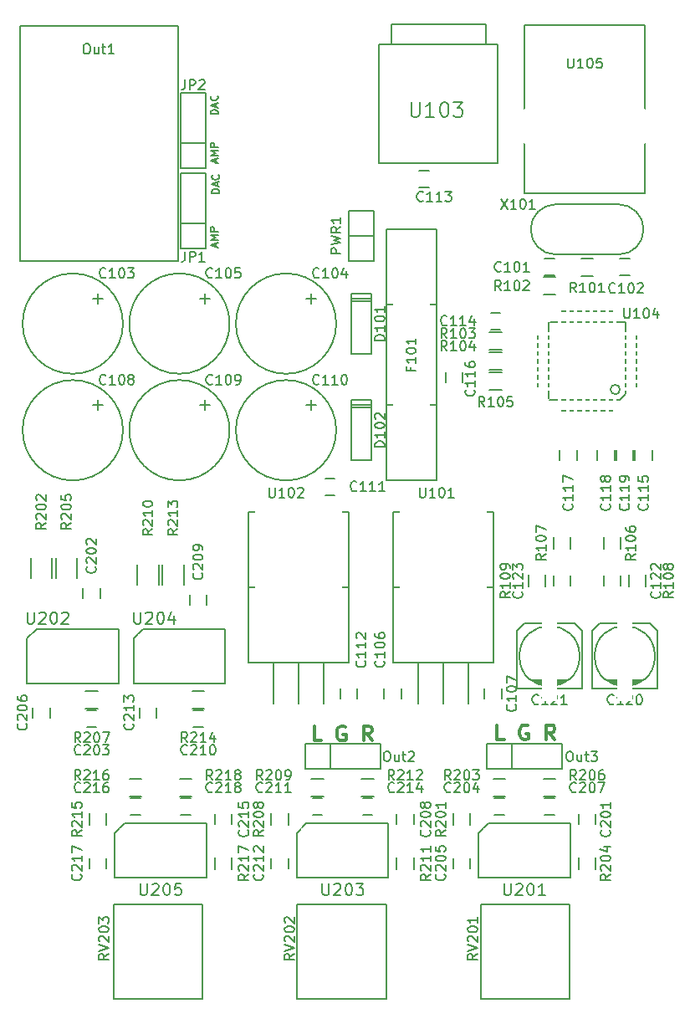
<source format=gto>
G04 #@! TF.FileFunction,Legend,Top*
%FSLAX46Y46*%
G04 Gerber Fmt 4.6, Leading zero omitted, Abs format (unit mm)*
G04 Created by KiCad (PCBNEW 4.0.0-rc2-stable) date 17.11.2015 23:45:42*
%MOMM*%
G01*
G04 APERTURE LIST*
%ADD10C,0.100000*%
%ADD11C,0.190500*%
%ADD12C,0.300000*%
%ADD13C,0.150000*%
%ADD14C,0.200000*%
%ADD15C,1.524000*%
%ADD16C,3.500000*%
%ADD17C,3.000000*%
%ADD18C,1.700000*%
%ADD19R,2.032000X2.032000*%
%ADD20O,2.032000X2.032000*%
%ADD21R,1.727200X2.032000*%
%ADD22O,1.727200X2.032000*%
%ADD23C,1.422400*%
%ADD24R,2.200000X0.720000*%
%ADD25R,1.998980X0.449580*%
%ADD26R,0.449580X1.998980*%
%ADD27R,1.700000X2.000000*%
%ADD28C,3.810000*%
%ADD29R,1.397000X1.397000*%
%ADD30C,1.397000*%
%ADD31R,1.600200X3.599180*%
%ADD32C,1.501140*%
%ADD33R,1.250000X1.000000*%
%ADD34R,1.000000X1.250000*%
%ADD35R,0.700000X1.300000*%
%ADD36R,1.300000X0.700000*%
%ADD37R,1.778000X1.778000*%
%ADD38C,1.778000*%
%ADD39R,8.890000X8.890000*%
%ADD40R,2.032000X1.727200*%
%ADD41O,2.032000X1.727200*%
%ADD42C,2.100000*%
%ADD43C,0.254000*%
G04 APERTURE END LIST*
D10*
D11*
X119253000Y-65894857D02*
X119253000Y-65532000D01*
X119470714Y-65967429D02*
X118708714Y-65713429D01*
X119470714Y-65459429D01*
X119470714Y-65205428D02*
X118708714Y-65205428D01*
X119253000Y-64951428D01*
X118708714Y-64697428D01*
X119470714Y-64697428D01*
X119470714Y-64334571D02*
X118708714Y-64334571D01*
X118708714Y-64044286D01*
X118745000Y-63971714D01*
X118781286Y-63935429D01*
X118853857Y-63899143D01*
X118962714Y-63899143D01*
X119035286Y-63935429D01*
X119071571Y-63971714D01*
X119107857Y-64044286D01*
X119107857Y-64334571D01*
X119253000Y-57385857D02*
X119253000Y-57023000D01*
X119470714Y-57458429D02*
X118708714Y-57204429D01*
X119470714Y-56950429D01*
X119470714Y-56696428D02*
X118708714Y-56696428D01*
X119253000Y-56442428D01*
X118708714Y-56188428D01*
X119470714Y-56188428D01*
X119470714Y-55825571D02*
X118708714Y-55825571D01*
X118708714Y-55535286D01*
X118745000Y-55462714D01*
X118781286Y-55426429D01*
X118853857Y-55390143D01*
X118962714Y-55390143D01*
X119035286Y-55426429D01*
X119071571Y-55462714D01*
X119107857Y-55535286D01*
X119107857Y-55825571D01*
X119470714Y-52469142D02*
X118708714Y-52469142D01*
X118708714Y-52287714D01*
X118745000Y-52178857D01*
X118817571Y-52106285D01*
X118890143Y-52070000D01*
X119035286Y-52033714D01*
X119144143Y-52033714D01*
X119289286Y-52070000D01*
X119361857Y-52106285D01*
X119434429Y-52178857D01*
X119470714Y-52287714D01*
X119470714Y-52469142D01*
X119253000Y-51743428D02*
X119253000Y-51380571D01*
X119470714Y-51816000D02*
X118708714Y-51562000D01*
X119470714Y-51308000D01*
X119398143Y-50618571D02*
X119434429Y-50654857D01*
X119470714Y-50763714D01*
X119470714Y-50836285D01*
X119434429Y-50945142D01*
X119361857Y-51017714D01*
X119289286Y-51053999D01*
X119144143Y-51090285D01*
X119035286Y-51090285D01*
X118890143Y-51053999D01*
X118817571Y-51017714D01*
X118745000Y-50945142D01*
X118708714Y-50836285D01*
X118708714Y-50763714D01*
X118745000Y-50654857D01*
X118781286Y-50618571D01*
X119597714Y-60470142D02*
X118835714Y-60470142D01*
X118835714Y-60288714D01*
X118872000Y-60179857D01*
X118944571Y-60107285D01*
X119017143Y-60071000D01*
X119162286Y-60034714D01*
X119271143Y-60034714D01*
X119416286Y-60071000D01*
X119488857Y-60107285D01*
X119561429Y-60179857D01*
X119597714Y-60288714D01*
X119597714Y-60470142D01*
X119380000Y-59744428D02*
X119380000Y-59381571D01*
X119597714Y-59817000D02*
X118835714Y-59563000D01*
X119597714Y-59309000D01*
X119525143Y-58619571D02*
X119561429Y-58655857D01*
X119597714Y-58764714D01*
X119597714Y-58837285D01*
X119561429Y-58946142D01*
X119488857Y-59018714D01*
X119416286Y-59054999D01*
X119271143Y-59091285D01*
X119162286Y-59091285D01*
X119017143Y-59054999D01*
X118944571Y-59018714D01*
X118872000Y-58946142D01*
X118835714Y-58837285D01*
X118835714Y-58764714D01*
X118872000Y-58655857D01*
X118908286Y-58619571D01*
D12*
X148421429Y-115778571D02*
X147707143Y-115778571D01*
X147707143Y-114278571D01*
X150850000Y-114350000D02*
X150707143Y-114278571D01*
X150492857Y-114278571D01*
X150278572Y-114350000D01*
X150135714Y-114492857D01*
X150064286Y-114635714D01*
X149992857Y-114921429D01*
X149992857Y-115135714D01*
X150064286Y-115421429D01*
X150135714Y-115564286D01*
X150278572Y-115707143D01*
X150492857Y-115778571D01*
X150635714Y-115778571D01*
X150850000Y-115707143D01*
X150921429Y-115635714D01*
X150921429Y-115135714D01*
X150635714Y-115135714D01*
X153564286Y-115778571D02*
X153064286Y-115064286D01*
X152707143Y-115778571D02*
X152707143Y-114278571D01*
X153278571Y-114278571D01*
X153421429Y-114350000D01*
X153492857Y-114421429D01*
X153564286Y-114564286D01*
X153564286Y-114778571D01*
X153492857Y-114921429D01*
X153421429Y-114992857D01*
X153278571Y-115064286D01*
X152707143Y-115064286D01*
X129921429Y-115878571D02*
X129207143Y-115878571D01*
X129207143Y-114378571D01*
X132350000Y-114450000D02*
X132207143Y-114378571D01*
X131992857Y-114378571D01*
X131778572Y-114450000D01*
X131635714Y-114592857D01*
X131564286Y-114735714D01*
X131492857Y-115021429D01*
X131492857Y-115235714D01*
X131564286Y-115521429D01*
X131635714Y-115664286D01*
X131778572Y-115807143D01*
X131992857Y-115878571D01*
X132135714Y-115878571D01*
X132350000Y-115807143D01*
X132421429Y-115735714D01*
X132421429Y-115235714D01*
X132135714Y-115235714D01*
X135064286Y-115878571D02*
X134564286Y-115164286D01*
X134207143Y-115878571D02*
X134207143Y-114378571D01*
X134778571Y-114378571D01*
X134921429Y-114450000D01*
X134992857Y-114521429D01*
X135064286Y-114664286D01*
X135064286Y-114878571D01*
X134992857Y-115021429D01*
X134921429Y-115092857D01*
X134778571Y-115164286D01*
X134207143Y-115164286D01*
D13*
X162696000Y-43413000D02*
X150504000Y-43413000D01*
X150504000Y-43413000D02*
X150504000Y-60431000D01*
X150504000Y-60431000D02*
X162696000Y-60431000D01*
X162696000Y-60431000D02*
X162696000Y-43413000D01*
X115400000Y-43500000D02*
X115400000Y-67300000D01*
X115400000Y-67300000D02*
X99400000Y-67300000D01*
X99400000Y-67300000D02*
X99400000Y-43500000D01*
X99400000Y-43500000D02*
X115400000Y-43500000D01*
X117900000Y-142000000D02*
X117900000Y-132400000D01*
X117900000Y-132400000D02*
X108900000Y-132400000D01*
X108900000Y-132400000D02*
X108900000Y-142000000D01*
X108900000Y-142000000D02*
X117900000Y-142000000D01*
X136500000Y-142000000D02*
X136500000Y-132400000D01*
X136500000Y-132400000D02*
X127500000Y-132400000D01*
X127500000Y-132400000D02*
X127500000Y-142000000D01*
X127500000Y-142000000D02*
X136500000Y-142000000D01*
X155100000Y-142000000D02*
X155100000Y-132400000D01*
X155100000Y-132400000D02*
X146100000Y-132400000D01*
X146100000Y-132400000D02*
X146100000Y-142000000D01*
X146100000Y-142000000D02*
X155100000Y-142000000D01*
X135255000Y-64770000D02*
X132715000Y-64770000D01*
X135255000Y-62230000D02*
X132715000Y-62230000D01*
X132715000Y-62230000D02*
X132715000Y-64770000D01*
X132715000Y-64770000D02*
X132715000Y-67310000D01*
X132715000Y-67310000D02*
X135255000Y-67310000D01*
X135255000Y-67310000D02*
X135255000Y-62230000D01*
X149225000Y-118745000D02*
X154305000Y-118745000D01*
X154305000Y-118745000D02*
X154305000Y-116205000D01*
X154305000Y-116205000D02*
X149225000Y-116205000D01*
X146685000Y-116205000D02*
X149225000Y-116205000D01*
X149225000Y-116205000D02*
X149225000Y-118745000D01*
X146685000Y-116205000D02*
X146685000Y-118745000D01*
X146685000Y-118745000D02*
X149225000Y-118745000D01*
X130810000Y-118745000D02*
X135890000Y-118745000D01*
X135890000Y-118745000D02*
X135890000Y-116205000D01*
X135890000Y-116205000D02*
X130810000Y-116205000D01*
X128270000Y-116205000D02*
X130810000Y-116205000D01*
X130810000Y-116205000D02*
X130810000Y-118745000D01*
X128270000Y-116205000D02*
X128270000Y-118745000D01*
X128270000Y-118745000D02*
X130810000Y-118745000D01*
X160020000Y-61595000D02*
X153670000Y-61595000D01*
X160020000Y-66675000D02*
X153670000Y-66675000D01*
X151130000Y-64135000D02*
G75*
G03X153670000Y-66675000I2540000J0D01*
G01*
X153670000Y-61595000D02*
G75*
G03X151130000Y-64135000I0J-2540000D01*
G01*
X160020000Y-66675000D02*
G75*
G03X162560000Y-64135000I0J2540000D01*
G01*
X162560000Y-64135000D02*
G75*
G03X160020000Y-61595000I-2540000J0D01*
G01*
D14*
X110015000Y-124235000D02*
X109015000Y-125235000D01*
X109015000Y-125235000D02*
X109015000Y-129765000D01*
X109015000Y-129765000D02*
X118315000Y-129765000D01*
X118315000Y-129765000D02*
X118315000Y-124235000D01*
X118315000Y-124235000D02*
X110015000Y-124235000D01*
X111920000Y-104550000D02*
X110920000Y-105550000D01*
X110920000Y-105550000D02*
X110920000Y-110080000D01*
X110920000Y-110080000D02*
X120220000Y-110080000D01*
X120220000Y-110080000D02*
X120220000Y-104550000D01*
X120220000Y-104550000D02*
X111920000Y-104550000D01*
X128430000Y-124235000D02*
X127430000Y-125235000D01*
X127430000Y-125235000D02*
X127430000Y-129765000D01*
X127430000Y-129765000D02*
X136730000Y-129765000D01*
X136730000Y-129765000D02*
X136730000Y-124235000D01*
X136730000Y-124235000D02*
X128430000Y-124235000D01*
X101125000Y-104550000D02*
X100125000Y-105550000D01*
X100125000Y-105550000D02*
X100125000Y-110080000D01*
X100125000Y-110080000D02*
X109425000Y-110080000D01*
X109425000Y-110080000D02*
X109425000Y-104550000D01*
X109425000Y-104550000D02*
X101125000Y-104550000D01*
X146845000Y-124235000D02*
X145845000Y-125235000D01*
X145845000Y-125235000D02*
X145845000Y-129765000D01*
X145845000Y-129765000D02*
X155145000Y-129765000D01*
X155145000Y-129765000D02*
X155145000Y-124235000D01*
X155145000Y-124235000D02*
X146845000Y-124235000D01*
D13*
X151815800Y-74701400D02*
X152958800Y-74701400D01*
X151815800Y-80238600D02*
X152933400Y-80238600D01*
X151815800Y-74701400D02*
X151815800Y-80238600D01*
X154051000Y-73507600D02*
X154051000Y-72415400D01*
X159664400Y-73482200D02*
X159664400Y-72415400D01*
X159689800Y-72415400D02*
X154051000Y-72390000D01*
X159639000Y-82499200D02*
X154127200Y-82524600D01*
X160731200Y-80746600D02*
X160731200Y-73558400D01*
X154101800Y-82499200D02*
X154101800Y-81457800D01*
X160096200Y-81356200D02*
X153035000Y-81356200D01*
X152984200Y-73533000D02*
X152984200Y-81254600D01*
X160731200Y-73533000D02*
X153111200Y-73533000D01*
X161874200Y-80314800D02*
X161874200Y-74676000D01*
X161874200Y-74676000D02*
X160731200Y-74676000D01*
X160721040Y-80772000D02*
X160136840Y-81356200D01*
X161869120Y-80314800D02*
X160721040Y-80314800D01*
X159639000Y-81356200D02*
X159639000Y-82504280D01*
X160163966Y-80330040D02*
G75*
G03X160163966Y-80330040I-479246J0D01*
G01*
X116010000Y-98060000D02*
X116010000Y-100060000D01*
X113860000Y-100060000D02*
X113860000Y-98060000D01*
X113470000Y-98060000D02*
X113470000Y-100060000D01*
X111320000Y-100060000D02*
X111320000Y-98060000D01*
X105215000Y-97425000D02*
X105215000Y-99425000D01*
X103065000Y-99425000D02*
X103065000Y-97425000D01*
X102675000Y-97425000D02*
X102675000Y-99425000D01*
X100525000Y-99425000D02*
X100525000Y-97425000D01*
X141605000Y-64135000D02*
X141605000Y-89535000D01*
X141605000Y-89535000D02*
X136525000Y-89535000D01*
X136525000Y-89535000D02*
X136525000Y-64135000D01*
X136525000Y-64135000D02*
X141605000Y-64135000D01*
X141605000Y-71755000D02*
X136525000Y-71755000D01*
X141605000Y-81915000D02*
X136525000Y-81915000D01*
X133985000Y-80645000D02*
X133985000Y-81407000D01*
X133985000Y-81407000D02*
X132969000Y-81407000D01*
X132969000Y-81407000D02*
X132969000Y-87503000D01*
X132969000Y-87503000D02*
X133985000Y-87503000D01*
X133985000Y-87503000D02*
X133985000Y-88265000D01*
X133985000Y-87503000D02*
X135001000Y-87503000D01*
X135001000Y-87503000D02*
X135001000Y-81407000D01*
X135001000Y-81407000D02*
X133985000Y-81407000D01*
X132969000Y-81915000D02*
X135001000Y-81915000D01*
X135001000Y-82169000D02*
X132969000Y-82169000D01*
X133985000Y-69850000D02*
X133985000Y-70612000D01*
X133985000Y-70612000D02*
X132969000Y-70612000D01*
X132969000Y-70612000D02*
X132969000Y-76708000D01*
X132969000Y-76708000D02*
X133985000Y-76708000D01*
X133985000Y-76708000D02*
X133985000Y-77470000D01*
X133985000Y-76708000D02*
X135001000Y-76708000D01*
X135001000Y-76708000D02*
X135001000Y-70612000D01*
X135001000Y-70612000D02*
X133985000Y-70612000D01*
X132969000Y-71120000D02*
X135001000Y-71120000D01*
X135001000Y-71374000D02*
X132969000Y-71374000D01*
X152273000Y-110236000D02*
X153797000Y-110236000D01*
X154178000Y-110109000D02*
X151892000Y-110109000D01*
X151638000Y-109982000D02*
X154432000Y-109982000D01*
X154686000Y-109855000D02*
X151384000Y-109855000D01*
X151257000Y-109728000D02*
X154813000Y-109728000D01*
X156083000Y-107315000D02*
G75*
G03X156083000Y-107315000I-3048000J0D01*
G01*
X149733000Y-110617000D02*
X156337000Y-110617000D01*
X156337000Y-110617000D02*
X156337000Y-104775000D01*
X156337000Y-104775000D02*
X155575000Y-104013000D01*
X155575000Y-104013000D02*
X150495000Y-104013000D01*
X150495000Y-104013000D02*
X149733000Y-104775000D01*
X149733000Y-104775000D02*
X149733000Y-110617000D01*
X153035000Y-105156000D02*
X153035000Y-105918000D01*
X152654000Y-105537000D02*
X153416000Y-105537000D01*
X159893000Y-110236000D02*
X161417000Y-110236000D01*
X161798000Y-110109000D02*
X159512000Y-110109000D01*
X159258000Y-109982000D02*
X162052000Y-109982000D01*
X162306000Y-109855000D02*
X159004000Y-109855000D01*
X158877000Y-109728000D02*
X162433000Y-109728000D01*
X163703000Y-107315000D02*
G75*
G03X163703000Y-107315000I-3048000J0D01*
G01*
X157353000Y-110617000D02*
X163957000Y-110617000D01*
X163957000Y-110617000D02*
X163957000Y-104775000D01*
X163957000Y-104775000D02*
X163195000Y-104013000D01*
X163195000Y-104013000D02*
X158115000Y-104013000D01*
X158115000Y-104013000D02*
X157353000Y-104775000D01*
X157353000Y-104775000D02*
X157353000Y-110617000D01*
X160655000Y-105156000D02*
X160655000Y-105918000D01*
X160274000Y-105537000D02*
X161036000Y-105537000D01*
X129413000Y-81915000D02*
X128397000Y-81915000D01*
X128905000Y-81407000D02*
X128905000Y-82423000D01*
X131445000Y-84455000D02*
G75*
G03X131445000Y-84455000I-5080000J0D01*
G01*
X118618000Y-81915000D02*
X117602000Y-81915000D01*
X118110000Y-81407000D02*
X118110000Y-82423000D01*
X120650000Y-84455000D02*
G75*
G03X120650000Y-84455000I-5080000J0D01*
G01*
X107823000Y-81915000D02*
X106807000Y-81915000D01*
X107315000Y-81407000D02*
X107315000Y-82423000D01*
X109855000Y-84455000D02*
G75*
G03X109855000Y-84455000I-5080000J0D01*
G01*
X146470000Y-110625000D02*
X146470000Y-111625000D01*
X148170000Y-111625000D02*
X148170000Y-110625000D01*
X136310000Y-110625000D02*
X136310000Y-111625000D01*
X138010000Y-111625000D02*
X138010000Y-110625000D01*
X118618000Y-71120000D02*
X117602000Y-71120000D01*
X118110000Y-70612000D02*
X118110000Y-71628000D01*
X120650000Y-73660000D02*
G75*
G03X120650000Y-73660000I-5080000J0D01*
G01*
X129413000Y-71120000D02*
X128397000Y-71120000D01*
X128905000Y-70612000D02*
X128905000Y-71628000D01*
X131445000Y-73660000D02*
G75*
G03X131445000Y-73660000I-5080000J0D01*
G01*
X107823000Y-71120000D02*
X106807000Y-71120000D01*
X107315000Y-70612000D02*
X107315000Y-71628000D01*
X109855000Y-73660000D02*
G75*
G03X109855000Y-73660000I-5080000J0D01*
G01*
X161155000Y-67095000D02*
X160155000Y-67095000D01*
X160155000Y-68795000D02*
X161155000Y-68795000D01*
X152535000Y-68795000D02*
X153535000Y-68795000D01*
X153535000Y-67095000D02*
X152535000Y-67095000D01*
X130310000Y-91020000D02*
X131310000Y-91020000D01*
X131310000Y-89320000D02*
X130310000Y-89320000D01*
X133565000Y-111625000D02*
X133565000Y-110625000D01*
X131865000Y-110625000D02*
X131865000Y-111625000D01*
X140835000Y-58205000D02*
X139835000Y-58205000D01*
X139835000Y-59905000D02*
X140835000Y-59905000D01*
X148074000Y-72556000D02*
X147074000Y-72556000D01*
X147074000Y-74256000D02*
X148074000Y-74256000D01*
X163410000Y-87495000D02*
X163410000Y-86495000D01*
X161710000Y-86495000D02*
X161710000Y-87495000D01*
X144233000Y-79621000D02*
X144233000Y-78621000D01*
X142533000Y-78621000D02*
X142533000Y-79621000D01*
X155790000Y-87495000D02*
X155790000Y-86495000D01*
X154090000Y-86495000D02*
X154090000Y-87495000D01*
X159600000Y-87495000D02*
X159600000Y-86495000D01*
X157900000Y-86495000D02*
X157900000Y-87495000D01*
X161505000Y-87495000D02*
X161505000Y-86495000D01*
X159805000Y-86495000D02*
X159805000Y-87495000D01*
X158535000Y-99195000D02*
X158535000Y-100195000D01*
X160235000Y-100195000D02*
X160235000Y-99195000D01*
X153455000Y-99195000D02*
X153455000Y-100195000D01*
X155155000Y-100195000D02*
X155155000Y-99195000D01*
X157695000Y-124325000D02*
X157695000Y-123325000D01*
X155995000Y-123325000D02*
X155995000Y-124325000D01*
X107530000Y-101465000D02*
X107530000Y-100465000D01*
X105830000Y-100465000D02*
X105830000Y-101465000D01*
X107180000Y-112815000D02*
X106180000Y-112815000D01*
X106180000Y-114515000D02*
X107180000Y-114515000D01*
X147455000Y-123405000D02*
X148455000Y-123405000D01*
X148455000Y-121705000D02*
X147455000Y-121705000D01*
X143295000Y-127770000D02*
X143295000Y-128770000D01*
X144995000Y-128770000D02*
X144995000Y-127770000D01*
X100750000Y-112530000D02*
X100750000Y-113530000D01*
X102450000Y-113530000D02*
X102450000Y-112530000D01*
X153535000Y-121705000D02*
X152535000Y-121705000D01*
X152535000Y-123405000D02*
X153535000Y-123405000D01*
X139280000Y-124325000D02*
X139280000Y-123325000D01*
X137580000Y-123325000D02*
X137580000Y-124325000D01*
X118325000Y-102100000D02*
X118325000Y-101100000D01*
X116625000Y-101100000D02*
X116625000Y-102100000D01*
X117975000Y-112815000D02*
X116975000Y-112815000D01*
X116975000Y-114515000D02*
X117975000Y-114515000D01*
X129040000Y-123405000D02*
X130040000Y-123405000D01*
X130040000Y-121705000D02*
X129040000Y-121705000D01*
X124880000Y-127770000D02*
X124880000Y-128770000D01*
X126580000Y-128770000D02*
X126580000Y-127770000D01*
X111545000Y-112530000D02*
X111545000Y-113530000D01*
X113245000Y-113530000D02*
X113245000Y-112530000D01*
X135120000Y-121705000D02*
X134120000Y-121705000D01*
X134120000Y-123405000D02*
X135120000Y-123405000D01*
X120865000Y-124325000D02*
X120865000Y-123325000D01*
X119165000Y-123325000D02*
X119165000Y-124325000D01*
X110625000Y-123405000D02*
X111625000Y-123405000D01*
X111625000Y-121705000D02*
X110625000Y-121705000D01*
X106465000Y-127770000D02*
X106465000Y-128770000D01*
X108165000Y-128770000D02*
X108165000Y-127770000D01*
X116705000Y-121705000D02*
X115705000Y-121705000D01*
X115705000Y-123405000D02*
X116705000Y-123405000D01*
X156245000Y-67070000D02*
X157445000Y-67070000D01*
X157445000Y-68820000D02*
X156245000Y-68820000D01*
X152435000Y-68975000D02*
X153635000Y-68975000D01*
X153635000Y-70725000D02*
X152435000Y-70725000D01*
X148174000Y-76313000D02*
X146974000Y-76313000D01*
X146974000Y-74563000D02*
X148174000Y-74563000D01*
X146974000Y-76595000D02*
X148174000Y-76595000D01*
X148174000Y-78345000D02*
X146974000Y-78345000D01*
X146974000Y-78627000D02*
X148174000Y-78627000D01*
X148174000Y-80377000D02*
X146974000Y-80377000D01*
X160260000Y-95285000D02*
X160260000Y-96485000D01*
X158510000Y-96485000D02*
X158510000Y-95285000D01*
X155180000Y-95285000D02*
X155180000Y-96485000D01*
X153430000Y-96485000D02*
X153430000Y-95285000D01*
X162800000Y-99095000D02*
X162800000Y-100295000D01*
X161050000Y-100295000D02*
X161050000Y-99095000D01*
X152640000Y-99095000D02*
X152640000Y-100295000D01*
X150890000Y-100295000D02*
X150890000Y-99095000D01*
X145020000Y-123225000D02*
X145020000Y-124425000D01*
X143270000Y-124425000D02*
X143270000Y-123225000D01*
X147355000Y-119775000D02*
X148555000Y-119775000D01*
X148555000Y-121525000D02*
X147355000Y-121525000D01*
X155970000Y-128870000D02*
X155970000Y-127670000D01*
X157720000Y-127670000D02*
X157720000Y-128870000D01*
X153635000Y-121525000D02*
X152435000Y-121525000D01*
X152435000Y-119775000D02*
X153635000Y-119775000D01*
X106080000Y-110885000D02*
X107280000Y-110885000D01*
X107280000Y-112635000D02*
X106080000Y-112635000D01*
X126605000Y-123225000D02*
X126605000Y-124425000D01*
X124855000Y-124425000D02*
X124855000Y-123225000D01*
X128940000Y-119775000D02*
X130140000Y-119775000D01*
X130140000Y-121525000D02*
X128940000Y-121525000D01*
X137555000Y-128870000D02*
X137555000Y-127670000D01*
X139305000Y-127670000D02*
X139305000Y-128870000D01*
X135220000Y-121525000D02*
X134020000Y-121525000D01*
X134020000Y-119775000D02*
X135220000Y-119775000D01*
X116875000Y-110885000D02*
X118075000Y-110885000D01*
X118075000Y-112635000D02*
X116875000Y-112635000D01*
X108190000Y-123225000D02*
X108190000Y-124425000D01*
X106440000Y-124425000D02*
X106440000Y-123225000D01*
X110525000Y-119775000D02*
X111725000Y-119775000D01*
X111725000Y-121525000D02*
X110525000Y-121525000D01*
X119140000Y-128870000D02*
X119140000Y-127670000D01*
X120890000Y-127670000D02*
X120890000Y-128870000D01*
X116805000Y-121525000D02*
X115605000Y-121525000D01*
X115605000Y-119775000D02*
X116805000Y-119775000D01*
X139700000Y-113030000D02*
X139700000Y-107950000D01*
X142240000Y-113030000D02*
X142240000Y-107950000D01*
X144780000Y-113030000D02*
X144780000Y-107950000D01*
X147320000Y-107950000D02*
X147320000Y-92710000D01*
X147320000Y-92710000D02*
X137160000Y-92710000D01*
X137160000Y-92710000D02*
X137160000Y-107950000D01*
X137160000Y-107950000D02*
X147320000Y-107950000D01*
X146050000Y-100330000D02*
X137160000Y-100330000D01*
X146050000Y-100330000D02*
X147320000Y-100330000D01*
X125095000Y-113030000D02*
X125095000Y-107950000D01*
X127635000Y-113030000D02*
X127635000Y-107950000D01*
X130175000Y-113030000D02*
X130175000Y-107950000D01*
X132715000Y-107950000D02*
X132715000Y-92710000D01*
X132715000Y-92710000D02*
X122555000Y-92710000D01*
X122555000Y-92710000D02*
X122555000Y-107950000D01*
X122555000Y-107950000D02*
X132715000Y-107950000D01*
X131445000Y-100330000D02*
X122555000Y-100330000D01*
X131445000Y-100330000D02*
X132715000Y-100330000D01*
X118237000Y-63500000D02*
X118237000Y-58420000D01*
X118237000Y-58420000D02*
X115697000Y-58420000D01*
X115697000Y-58420000D02*
X115697000Y-63500000D01*
X115697000Y-66040000D02*
X115697000Y-63500000D01*
X115697000Y-63500000D02*
X118237000Y-63500000D01*
X115697000Y-66040000D02*
X118237000Y-66040000D01*
X118237000Y-66040000D02*
X118237000Y-63500000D01*
X118237000Y-55372000D02*
X118237000Y-50292000D01*
X118237000Y-50292000D02*
X115697000Y-50292000D01*
X115697000Y-50292000D02*
X115697000Y-55372000D01*
X115697000Y-57912000D02*
X115697000Y-55372000D01*
X115697000Y-55372000D02*
X118237000Y-55372000D01*
X115697000Y-57912000D02*
X118237000Y-57912000D01*
X118237000Y-57912000D02*
X118237000Y-55372000D01*
X146600000Y-45400000D02*
X146600000Y-43400000D01*
X146600000Y-43400000D02*
X137000000Y-43400000D01*
X137000000Y-43400000D02*
X137000000Y-45400000D01*
X141800000Y-45400000D02*
X147800000Y-45400000D01*
X147800000Y-45400000D02*
X147800000Y-57400000D01*
X147800000Y-57400000D02*
X135800000Y-57400000D01*
X135800000Y-57400000D02*
X135800000Y-45400000D01*
X135800000Y-45400000D02*
X141800000Y-45400000D01*
X154885714Y-46802381D02*
X154885714Y-47611905D01*
X154933333Y-47707143D01*
X154980952Y-47754762D01*
X155076190Y-47802381D01*
X155266667Y-47802381D01*
X155361905Y-47754762D01*
X155409524Y-47707143D01*
X155457143Y-47611905D01*
X155457143Y-46802381D01*
X156457143Y-47802381D02*
X155885714Y-47802381D01*
X156171428Y-47802381D02*
X156171428Y-46802381D01*
X156076190Y-46945238D01*
X155980952Y-47040476D01*
X155885714Y-47088095D01*
X157076190Y-46802381D02*
X157171429Y-46802381D01*
X157266667Y-46850000D01*
X157314286Y-46897619D01*
X157361905Y-46992857D01*
X157409524Y-47183333D01*
X157409524Y-47421429D01*
X157361905Y-47611905D01*
X157314286Y-47707143D01*
X157266667Y-47754762D01*
X157171429Y-47802381D01*
X157076190Y-47802381D01*
X156980952Y-47754762D01*
X156933333Y-47707143D01*
X156885714Y-47611905D01*
X156838095Y-47421429D01*
X156838095Y-47183333D01*
X156885714Y-46992857D01*
X156933333Y-46897619D01*
X156980952Y-46850000D01*
X157076190Y-46802381D01*
X158314286Y-46802381D02*
X157838095Y-46802381D01*
X157790476Y-47278571D01*
X157838095Y-47230952D01*
X157933333Y-47183333D01*
X158171429Y-47183333D01*
X158266667Y-47230952D01*
X158314286Y-47278571D01*
X158361905Y-47373810D01*
X158361905Y-47611905D01*
X158314286Y-47707143D01*
X158266667Y-47754762D01*
X158171429Y-47802381D01*
X157933333Y-47802381D01*
X157838095Y-47754762D01*
X157790476Y-47707143D01*
X106090476Y-45352381D02*
X106280953Y-45352381D01*
X106376191Y-45400000D01*
X106471429Y-45495238D01*
X106519048Y-45685714D01*
X106519048Y-46019048D01*
X106471429Y-46209524D01*
X106376191Y-46304762D01*
X106280953Y-46352381D01*
X106090476Y-46352381D01*
X105995238Y-46304762D01*
X105900000Y-46209524D01*
X105852381Y-46019048D01*
X105852381Y-45685714D01*
X105900000Y-45495238D01*
X105995238Y-45400000D01*
X106090476Y-45352381D01*
X107376191Y-45685714D02*
X107376191Y-46352381D01*
X106947619Y-45685714D02*
X106947619Y-46209524D01*
X106995238Y-46304762D01*
X107090476Y-46352381D01*
X107233334Y-46352381D01*
X107328572Y-46304762D01*
X107376191Y-46257143D01*
X107709524Y-45685714D02*
X108090476Y-45685714D01*
X107852381Y-45352381D02*
X107852381Y-46209524D01*
X107900000Y-46304762D01*
X107995238Y-46352381D01*
X108090476Y-46352381D01*
X108947620Y-46352381D02*
X108376191Y-46352381D01*
X108661905Y-46352381D02*
X108661905Y-45352381D01*
X108566667Y-45495238D01*
X108471429Y-45590476D01*
X108376191Y-45638095D01*
X108402381Y-137437619D02*
X107926190Y-137770953D01*
X108402381Y-138009048D02*
X107402381Y-138009048D01*
X107402381Y-137628095D01*
X107450000Y-137532857D01*
X107497619Y-137485238D01*
X107592857Y-137437619D01*
X107735714Y-137437619D01*
X107830952Y-137485238D01*
X107878571Y-137532857D01*
X107926190Y-137628095D01*
X107926190Y-138009048D01*
X107402381Y-137151905D02*
X108402381Y-136818572D01*
X107402381Y-136485238D01*
X107497619Y-136199524D02*
X107450000Y-136151905D01*
X107402381Y-136056667D01*
X107402381Y-135818571D01*
X107450000Y-135723333D01*
X107497619Y-135675714D01*
X107592857Y-135628095D01*
X107688095Y-135628095D01*
X107830952Y-135675714D01*
X108402381Y-136247143D01*
X108402381Y-135628095D01*
X107402381Y-135009048D02*
X107402381Y-134913809D01*
X107450000Y-134818571D01*
X107497619Y-134770952D01*
X107592857Y-134723333D01*
X107783333Y-134675714D01*
X108021429Y-134675714D01*
X108211905Y-134723333D01*
X108307143Y-134770952D01*
X108354762Y-134818571D01*
X108402381Y-134913809D01*
X108402381Y-135009048D01*
X108354762Y-135104286D01*
X108307143Y-135151905D01*
X108211905Y-135199524D01*
X108021429Y-135247143D01*
X107783333Y-135247143D01*
X107592857Y-135199524D01*
X107497619Y-135151905D01*
X107450000Y-135104286D01*
X107402381Y-135009048D01*
X107402381Y-134342381D02*
X107402381Y-133723333D01*
X107783333Y-134056667D01*
X107783333Y-133913809D01*
X107830952Y-133818571D01*
X107878571Y-133770952D01*
X107973810Y-133723333D01*
X108211905Y-133723333D01*
X108307143Y-133770952D01*
X108354762Y-133818571D01*
X108402381Y-133913809D01*
X108402381Y-134199524D01*
X108354762Y-134294762D01*
X108307143Y-134342381D01*
X127198381Y-137437619D02*
X126722190Y-137770953D01*
X127198381Y-138009048D02*
X126198381Y-138009048D01*
X126198381Y-137628095D01*
X126246000Y-137532857D01*
X126293619Y-137485238D01*
X126388857Y-137437619D01*
X126531714Y-137437619D01*
X126626952Y-137485238D01*
X126674571Y-137532857D01*
X126722190Y-137628095D01*
X126722190Y-138009048D01*
X126198381Y-137151905D02*
X127198381Y-136818572D01*
X126198381Y-136485238D01*
X126293619Y-136199524D02*
X126246000Y-136151905D01*
X126198381Y-136056667D01*
X126198381Y-135818571D01*
X126246000Y-135723333D01*
X126293619Y-135675714D01*
X126388857Y-135628095D01*
X126484095Y-135628095D01*
X126626952Y-135675714D01*
X127198381Y-136247143D01*
X127198381Y-135628095D01*
X126198381Y-135009048D02*
X126198381Y-134913809D01*
X126246000Y-134818571D01*
X126293619Y-134770952D01*
X126388857Y-134723333D01*
X126579333Y-134675714D01*
X126817429Y-134675714D01*
X127007905Y-134723333D01*
X127103143Y-134770952D01*
X127150762Y-134818571D01*
X127198381Y-134913809D01*
X127198381Y-135009048D01*
X127150762Y-135104286D01*
X127103143Y-135151905D01*
X127007905Y-135199524D01*
X126817429Y-135247143D01*
X126579333Y-135247143D01*
X126388857Y-135199524D01*
X126293619Y-135151905D01*
X126246000Y-135104286D01*
X126198381Y-135009048D01*
X126293619Y-134294762D02*
X126246000Y-134247143D01*
X126198381Y-134151905D01*
X126198381Y-133913809D01*
X126246000Y-133818571D01*
X126293619Y-133770952D01*
X126388857Y-133723333D01*
X126484095Y-133723333D01*
X126626952Y-133770952D01*
X127198381Y-134342381D01*
X127198381Y-133723333D01*
X145740381Y-137437619D02*
X145264190Y-137770953D01*
X145740381Y-138009048D02*
X144740381Y-138009048D01*
X144740381Y-137628095D01*
X144788000Y-137532857D01*
X144835619Y-137485238D01*
X144930857Y-137437619D01*
X145073714Y-137437619D01*
X145168952Y-137485238D01*
X145216571Y-137532857D01*
X145264190Y-137628095D01*
X145264190Y-138009048D01*
X144740381Y-137151905D02*
X145740381Y-136818572D01*
X144740381Y-136485238D01*
X144835619Y-136199524D02*
X144788000Y-136151905D01*
X144740381Y-136056667D01*
X144740381Y-135818571D01*
X144788000Y-135723333D01*
X144835619Y-135675714D01*
X144930857Y-135628095D01*
X145026095Y-135628095D01*
X145168952Y-135675714D01*
X145740381Y-136247143D01*
X145740381Y-135628095D01*
X144740381Y-135009048D02*
X144740381Y-134913809D01*
X144788000Y-134818571D01*
X144835619Y-134770952D01*
X144930857Y-134723333D01*
X145121333Y-134675714D01*
X145359429Y-134675714D01*
X145549905Y-134723333D01*
X145645143Y-134770952D01*
X145692762Y-134818571D01*
X145740381Y-134913809D01*
X145740381Y-135009048D01*
X145692762Y-135104286D01*
X145645143Y-135151905D01*
X145549905Y-135199524D01*
X145359429Y-135247143D01*
X145121333Y-135247143D01*
X144930857Y-135199524D01*
X144835619Y-135151905D01*
X144788000Y-135104286D01*
X144740381Y-135009048D01*
X145740381Y-133723333D02*
X145740381Y-134294762D01*
X145740381Y-134009048D02*
X144740381Y-134009048D01*
X144883238Y-134104286D01*
X144978476Y-134199524D01*
X145026095Y-134294762D01*
X131897381Y-66579524D02*
X130897381Y-66579524D01*
X130897381Y-66198571D01*
X130945000Y-66103333D01*
X130992619Y-66055714D01*
X131087857Y-66008095D01*
X131230714Y-66008095D01*
X131325952Y-66055714D01*
X131373571Y-66103333D01*
X131421190Y-66198571D01*
X131421190Y-66579524D01*
X130897381Y-65674762D02*
X131897381Y-65436667D01*
X131183095Y-65246190D01*
X131897381Y-65055714D01*
X130897381Y-64817619D01*
X131897381Y-63865238D02*
X131421190Y-64198572D01*
X131897381Y-64436667D02*
X130897381Y-64436667D01*
X130897381Y-64055714D01*
X130945000Y-63960476D01*
X130992619Y-63912857D01*
X131087857Y-63865238D01*
X131230714Y-63865238D01*
X131325952Y-63912857D01*
X131373571Y-63960476D01*
X131421190Y-64055714D01*
X131421190Y-64436667D01*
X131897381Y-62912857D02*
X131897381Y-63484286D01*
X131897381Y-63198572D02*
X130897381Y-63198572D01*
X131040238Y-63293810D01*
X131135476Y-63389048D01*
X131183095Y-63484286D01*
X154990476Y-116952381D02*
X155180953Y-116952381D01*
X155276191Y-117000000D01*
X155371429Y-117095238D01*
X155419048Y-117285714D01*
X155419048Y-117619048D01*
X155371429Y-117809524D01*
X155276191Y-117904762D01*
X155180953Y-117952381D01*
X154990476Y-117952381D01*
X154895238Y-117904762D01*
X154800000Y-117809524D01*
X154752381Y-117619048D01*
X154752381Y-117285714D01*
X154800000Y-117095238D01*
X154895238Y-117000000D01*
X154990476Y-116952381D01*
X156276191Y-117285714D02*
X156276191Y-117952381D01*
X155847619Y-117285714D02*
X155847619Y-117809524D01*
X155895238Y-117904762D01*
X155990476Y-117952381D01*
X156133334Y-117952381D01*
X156228572Y-117904762D01*
X156276191Y-117857143D01*
X156609524Y-117285714D02*
X156990476Y-117285714D01*
X156752381Y-116952381D02*
X156752381Y-117809524D01*
X156800000Y-117904762D01*
X156895238Y-117952381D01*
X156990476Y-117952381D01*
X157228572Y-116952381D02*
X157847620Y-116952381D01*
X157514286Y-117333333D01*
X157657144Y-117333333D01*
X157752382Y-117380952D01*
X157800001Y-117428571D01*
X157847620Y-117523810D01*
X157847620Y-117761905D01*
X157800001Y-117857143D01*
X157752382Y-117904762D01*
X157657144Y-117952381D01*
X157371429Y-117952381D01*
X157276191Y-117904762D01*
X157228572Y-117857143D01*
X136490476Y-116952381D02*
X136680953Y-116952381D01*
X136776191Y-117000000D01*
X136871429Y-117095238D01*
X136919048Y-117285714D01*
X136919048Y-117619048D01*
X136871429Y-117809524D01*
X136776191Y-117904762D01*
X136680953Y-117952381D01*
X136490476Y-117952381D01*
X136395238Y-117904762D01*
X136300000Y-117809524D01*
X136252381Y-117619048D01*
X136252381Y-117285714D01*
X136300000Y-117095238D01*
X136395238Y-117000000D01*
X136490476Y-116952381D01*
X137776191Y-117285714D02*
X137776191Y-117952381D01*
X137347619Y-117285714D02*
X137347619Y-117809524D01*
X137395238Y-117904762D01*
X137490476Y-117952381D01*
X137633334Y-117952381D01*
X137728572Y-117904762D01*
X137776191Y-117857143D01*
X138109524Y-117285714D02*
X138490476Y-117285714D01*
X138252381Y-116952381D02*
X138252381Y-117809524D01*
X138300000Y-117904762D01*
X138395238Y-117952381D01*
X138490476Y-117952381D01*
X138776191Y-117047619D02*
X138823810Y-117000000D01*
X138919048Y-116952381D01*
X139157144Y-116952381D01*
X139252382Y-117000000D01*
X139300001Y-117047619D01*
X139347620Y-117142857D01*
X139347620Y-117238095D01*
X139300001Y-117380952D01*
X138728572Y-117952381D01*
X139347620Y-117952381D01*
X148098095Y-61047381D02*
X148764762Y-62047381D01*
X148764762Y-61047381D02*
X148098095Y-62047381D01*
X149669524Y-62047381D02*
X149098095Y-62047381D01*
X149383809Y-62047381D02*
X149383809Y-61047381D01*
X149288571Y-61190238D01*
X149193333Y-61285476D01*
X149098095Y-61333095D01*
X150288571Y-61047381D02*
X150383810Y-61047381D01*
X150479048Y-61095000D01*
X150526667Y-61142619D01*
X150574286Y-61237857D01*
X150621905Y-61428333D01*
X150621905Y-61666429D01*
X150574286Y-61856905D01*
X150526667Y-61952143D01*
X150479048Y-61999762D01*
X150383810Y-62047381D01*
X150288571Y-62047381D01*
X150193333Y-61999762D01*
X150145714Y-61952143D01*
X150098095Y-61856905D01*
X150050476Y-61666429D01*
X150050476Y-61428333D01*
X150098095Y-61237857D01*
X150145714Y-61142619D01*
X150193333Y-61095000D01*
X150288571Y-61047381D01*
X151574286Y-62047381D02*
X151002857Y-62047381D01*
X151288571Y-62047381D02*
X151288571Y-61047381D01*
X151193333Y-61190238D01*
X151098095Y-61285476D01*
X151002857Y-61333095D01*
D14*
X111607857Y-130307857D02*
X111607857Y-131279286D01*
X111665000Y-131393571D01*
X111722143Y-131450714D01*
X111836429Y-131507857D01*
X112065000Y-131507857D01*
X112179286Y-131450714D01*
X112236429Y-131393571D01*
X112293572Y-131279286D01*
X112293572Y-130307857D01*
X112807857Y-130422143D02*
X112865000Y-130365000D01*
X112979286Y-130307857D01*
X113265000Y-130307857D01*
X113379286Y-130365000D01*
X113436429Y-130422143D01*
X113493572Y-130536429D01*
X113493572Y-130650714D01*
X113436429Y-130822143D01*
X112750715Y-131507857D01*
X113493572Y-131507857D01*
X114236429Y-130307857D02*
X114350714Y-130307857D01*
X114465000Y-130365000D01*
X114522143Y-130422143D01*
X114579286Y-130536429D01*
X114636429Y-130765000D01*
X114636429Y-131050714D01*
X114579286Y-131279286D01*
X114522143Y-131393571D01*
X114465000Y-131450714D01*
X114350714Y-131507857D01*
X114236429Y-131507857D01*
X114122143Y-131450714D01*
X114065000Y-131393571D01*
X114007857Y-131279286D01*
X113950714Y-131050714D01*
X113950714Y-130765000D01*
X114007857Y-130536429D01*
X114065000Y-130422143D01*
X114122143Y-130365000D01*
X114236429Y-130307857D01*
X115722143Y-130307857D02*
X115150714Y-130307857D01*
X115093571Y-130879286D01*
X115150714Y-130822143D01*
X115265000Y-130765000D01*
X115550714Y-130765000D01*
X115665000Y-130822143D01*
X115722143Y-130879286D01*
X115779286Y-130993571D01*
X115779286Y-131279286D01*
X115722143Y-131393571D01*
X115665000Y-131450714D01*
X115550714Y-131507857D01*
X115265000Y-131507857D01*
X115150714Y-131450714D01*
X115093571Y-131393571D01*
X110972857Y-102847857D02*
X110972857Y-103819286D01*
X111030000Y-103933571D01*
X111087143Y-103990714D01*
X111201429Y-104047857D01*
X111430000Y-104047857D01*
X111544286Y-103990714D01*
X111601429Y-103933571D01*
X111658572Y-103819286D01*
X111658572Y-102847857D01*
X112172857Y-102962143D02*
X112230000Y-102905000D01*
X112344286Y-102847857D01*
X112630000Y-102847857D01*
X112744286Y-102905000D01*
X112801429Y-102962143D01*
X112858572Y-103076429D01*
X112858572Y-103190714D01*
X112801429Y-103362143D01*
X112115715Y-104047857D01*
X112858572Y-104047857D01*
X113601429Y-102847857D02*
X113715714Y-102847857D01*
X113830000Y-102905000D01*
X113887143Y-102962143D01*
X113944286Y-103076429D01*
X114001429Y-103305000D01*
X114001429Y-103590714D01*
X113944286Y-103819286D01*
X113887143Y-103933571D01*
X113830000Y-103990714D01*
X113715714Y-104047857D01*
X113601429Y-104047857D01*
X113487143Y-103990714D01*
X113430000Y-103933571D01*
X113372857Y-103819286D01*
X113315714Y-103590714D01*
X113315714Y-103305000D01*
X113372857Y-103076429D01*
X113430000Y-102962143D01*
X113487143Y-102905000D01*
X113601429Y-102847857D01*
X115030000Y-103247857D02*
X115030000Y-104047857D01*
X114744286Y-102790714D02*
X114458571Y-103647857D01*
X115201429Y-103647857D01*
X130022857Y-130307857D02*
X130022857Y-131279286D01*
X130080000Y-131393571D01*
X130137143Y-131450714D01*
X130251429Y-131507857D01*
X130480000Y-131507857D01*
X130594286Y-131450714D01*
X130651429Y-131393571D01*
X130708572Y-131279286D01*
X130708572Y-130307857D01*
X131222857Y-130422143D02*
X131280000Y-130365000D01*
X131394286Y-130307857D01*
X131680000Y-130307857D01*
X131794286Y-130365000D01*
X131851429Y-130422143D01*
X131908572Y-130536429D01*
X131908572Y-130650714D01*
X131851429Y-130822143D01*
X131165715Y-131507857D01*
X131908572Y-131507857D01*
X132651429Y-130307857D02*
X132765714Y-130307857D01*
X132880000Y-130365000D01*
X132937143Y-130422143D01*
X132994286Y-130536429D01*
X133051429Y-130765000D01*
X133051429Y-131050714D01*
X132994286Y-131279286D01*
X132937143Y-131393571D01*
X132880000Y-131450714D01*
X132765714Y-131507857D01*
X132651429Y-131507857D01*
X132537143Y-131450714D01*
X132480000Y-131393571D01*
X132422857Y-131279286D01*
X132365714Y-131050714D01*
X132365714Y-130765000D01*
X132422857Y-130536429D01*
X132480000Y-130422143D01*
X132537143Y-130365000D01*
X132651429Y-130307857D01*
X133451429Y-130307857D02*
X134194286Y-130307857D01*
X133794286Y-130765000D01*
X133965714Y-130765000D01*
X134080000Y-130822143D01*
X134137143Y-130879286D01*
X134194286Y-130993571D01*
X134194286Y-131279286D01*
X134137143Y-131393571D01*
X134080000Y-131450714D01*
X133965714Y-131507857D01*
X133622857Y-131507857D01*
X133508571Y-131450714D01*
X133451429Y-131393571D01*
X100177857Y-102847857D02*
X100177857Y-103819286D01*
X100235000Y-103933571D01*
X100292143Y-103990714D01*
X100406429Y-104047857D01*
X100635000Y-104047857D01*
X100749286Y-103990714D01*
X100806429Y-103933571D01*
X100863572Y-103819286D01*
X100863572Y-102847857D01*
X101377857Y-102962143D02*
X101435000Y-102905000D01*
X101549286Y-102847857D01*
X101835000Y-102847857D01*
X101949286Y-102905000D01*
X102006429Y-102962143D01*
X102063572Y-103076429D01*
X102063572Y-103190714D01*
X102006429Y-103362143D01*
X101320715Y-104047857D01*
X102063572Y-104047857D01*
X102806429Y-102847857D02*
X102920714Y-102847857D01*
X103035000Y-102905000D01*
X103092143Y-102962143D01*
X103149286Y-103076429D01*
X103206429Y-103305000D01*
X103206429Y-103590714D01*
X103149286Y-103819286D01*
X103092143Y-103933571D01*
X103035000Y-103990714D01*
X102920714Y-104047857D01*
X102806429Y-104047857D01*
X102692143Y-103990714D01*
X102635000Y-103933571D01*
X102577857Y-103819286D01*
X102520714Y-103590714D01*
X102520714Y-103305000D01*
X102577857Y-103076429D01*
X102635000Y-102962143D01*
X102692143Y-102905000D01*
X102806429Y-102847857D01*
X103663571Y-102962143D02*
X103720714Y-102905000D01*
X103835000Y-102847857D01*
X104120714Y-102847857D01*
X104235000Y-102905000D01*
X104292143Y-102962143D01*
X104349286Y-103076429D01*
X104349286Y-103190714D01*
X104292143Y-103362143D01*
X103606429Y-104047857D01*
X104349286Y-104047857D01*
X148437857Y-130307857D02*
X148437857Y-131279286D01*
X148495000Y-131393571D01*
X148552143Y-131450714D01*
X148666429Y-131507857D01*
X148895000Y-131507857D01*
X149009286Y-131450714D01*
X149066429Y-131393571D01*
X149123572Y-131279286D01*
X149123572Y-130307857D01*
X149637857Y-130422143D02*
X149695000Y-130365000D01*
X149809286Y-130307857D01*
X150095000Y-130307857D01*
X150209286Y-130365000D01*
X150266429Y-130422143D01*
X150323572Y-130536429D01*
X150323572Y-130650714D01*
X150266429Y-130822143D01*
X149580715Y-131507857D01*
X150323572Y-131507857D01*
X151066429Y-130307857D02*
X151180714Y-130307857D01*
X151295000Y-130365000D01*
X151352143Y-130422143D01*
X151409286Y-130536429D01*
X151466429Y-130765000D01*
X151466429Y-131050714D01*
X151409286Y-131279286D01*
X151352143Y-131393571D01*
X151295000Y-131450714D01*
X151180714Y-131507857D01*
X151066429Y-131507857D01*
X150952143Y-131450714D01*
X150895000Y-131393571D01*
X150837857Y-131279286D01*
X150780714Y-131050714D01*
X150780714Y-130765000D01*
X150837857Y-130536429D01*
X150895000Y-130422143D01*
X150952143Y-130365000D01*
X151066429Y-130307857D01*
X152609286Y-131507857D02*
X151923571Y-131507857D01*
X152266429Y-131507857D02*
X152266429Y-130307857D01*
X152152143Y-130479286D01*
X152037857Y-130593571D01*
X151923571Y-130650714D01*
D13*
X160591714Y-72096381D02*
X160591714Y-72905905D01*
X160639333Y-73001143D01*
X160686952Y-73048762D01*
X160782190Y-73096381D01*
X160972667Y-73096381D01*
X161067905Y-73048762D01*
X161115524Y-73001143D01*
X161163143Y-72905905D01*
X161163143Y-72096381D01*
X162163143Y-73096381D02*
X161591714Y-73096381D01*
X161877428Y-73096381D02*
X161877428Y-72096381D01*
X161782190Y-72239238D01*
X161686952Y-72334476D01*
X161591714Y-72382095D01*
X162782190Y-72096381D02*
X162877429Y-72096381D01*
X162972667Y-72144000D01*
X163020286Y-72191619D01*
X163067905Y-72286857D01*
X163115524Y-72477333D01*
X163115524Y-72715429D01*
X163067905Y-72905905D01*
X163020286Y-73001143D01*
X162972667Y-73048762D01*
X162877429Y-73096381D01*
X162782190Y-73096381D01*
X162686952Y-73048762D01*
X162639333Y-73001143D01*
X162591714Y-72905905D01*
X162544095Y-72715429D01*
X162544095Y-72477333D01*
X162591714Y-72286857D01*
X162639333Y-72191619D01*
X162686952Y-72144000D01*
X162782190Y-72096381D01*
X163972667Y-72429714D02*
X163972667Y-73096381D01*
X163734571Y-72048762D02*
X163496476Y-72763048D01*
X164115524Y-72763048D01*
X115387381Y-94464047D02*
X114911190Y-94797381D01*
X115387381Y-95035476D02*
X114387381Y-95035476D01*
X114387381Y-94654523D01*
X114435000Y-94559285D01*
X114482619Y-94511666D01*
X114577857Y-94464047D01*
X114720714Y-94464047D01*
X114815952Y-94511666D01*
X114863571Y-94559285D01*
X114911190Y-94654523D01*
X114911190Y-95035476D01*
X114482619Y-94083095D02*
X114435000Y-94035476D01*
X114387381Y-93940238D01*
X114387381Y-93702142D01*
X114435000Y-93606904D01*
X114482619Y-93559285D01*
X114577857Y-93511666D01*
X114673095Y-93511666D01*
X114815952Y-93559285D01*
X115387381Y-94130714D01*
X115387381Y-93511666D01*
X115387381Y-92559285D02*
X115387381Y-93130714D01*
X115387381Y-92845000D02*
X114387381Y-92845000D01*
X114530238Y-92940238D01*
X114625476Y-93035476D01*
X114673095Y-93130714D01*
X114387381Y-92225952D02*
X114387381Y-91606904D01*
X114768333Y-91940238D01*
X114768333Y-91797380D01*
X114815952Y-91702142D01*
X114863571Y-91654523D01*
X114958810Y-91606904D01*
X115196905Y-91606904D01*
X115292143Y-91654523D01*
X115339762Y-91702142D01*
X115387381Y-91797380D01*
X115387381Y-92083095D01*
X115339762Y-92178333D01*
X115292143Y-92225952D01*
X112847381Y-94464047D02*
X112371190Y-94797381D01*
X112847381Y-95035476D02*
X111847381Y-95035476D01*
X111847381Y-94654523D01*
X111895000Y-94559285D01*
X111942619Y-94511666D01*
X112037857Y-94464047D01*
X112180714Y-94464047D01*
X112275952Y-94511666D01*
X112323571Y-94559285D01*
X112371190Y-94654523D01*
X112371190Y-95035476D01*
X111942619Y-94083095D02*
X111895000Y-94035476D01*
X111847381Y-93940238D01*
X111847381Y-93702142D01*
X111895000Y-93606904D01*
X111942619Y-93559285D01*
X112037857Y-93511666D01*
X112133095Y-93511666D01*
X112275952Y-93559285D01*
X112847381Y-94130714D01*
X112847381Y-93511666D01*
X112847381Y-92559285D02*
X112847381Y-93130714D01*
X112847381Y-92845000D02*
X111847381Y-92845000D01*
X111990238Y-92940238D01*
X112085476Y-93035476D01*
X112133095Y-93130714D01*
X111847381Y-91940238D02*
X111847381Y-91844999D01*
X111895000Y-91749761D01*
X111942619Y-91702142D01*
X112037857Y-91654523D01*
X112228333Y-91606904D01*
X112466429Y-91606904D01*
X112656905Y-91654523D01*
X112752143Y-91702142D01*
X112799762Y-91749761D01*
X112847381Y-91844999D01*
X112847381Y-91940238D01*
X112799762Y-92035476D01*
X112752143Y-92083095D01*
X112656905Y-92130714D01*
X112466429Y-92178333D01*
X112228333Y-92178333D01*
X112037857Y-92130714D01*
X111942619Y-92083095D01*
X111895000Y-92035476D01*
X111847381Y-91940238D01*
X104592381Y-93829047D02*
X104116190Y-94162381D01*
X104592381Y-94400476D02*
X103592381Y-94400476D01*
X103592381Y-94019523D01*
X103640000Y-93924285D01*
X103687619Y-93876666D01*
X103782857Y-93829047D01*
X103925714Y-93829047D01*
X104020952Y-93876666D01*
X104068571Y-93924285D01*
X104116190Y-94019523D01*
X104116190Y-94400476D01*
X103687619Y-93448095D02*
X103640000Y-93400476D01*
X103592381Y-93305238D01*
X103592381Y-93067142D01*
X103640000Y-92971904D01*
X103687619Y-92924285D01*
X103782857Y-92876666D01*
X103878095Y-92876666D01*
X104020952Y-92924285D01*
X104592381Y-93495714D01*
X104592381Y-92876666D01*
X103592381Y-92257619D02*
X103592381Y-92162380D01*
X103640000Y-92067142D01*
X103687619Y-92019523D01*
X103782857Y-91971904D01*
X103973333Y-91924285D01*
X104211429Y-91924285D01*
X104401905Y-91971904D01*
X104497143Y-92019523D01*
X104544762Y-92067142D01*
X104592381Y-92162380D01*
X104592381Y-92257619D01*
X104544762Y-92352857D01*
X104497143Y-92400476D01*
X104401905Y-92448095D01*
X104211429Y-92495714D01*
X103973333Y-92495714D01*
X103782857Y-92448095D01*
X103687619Y-92400476D01*
X103640000Y-92352857D01*
X103592381Y-92257619D01*
X103592381Y-91019523D02*
X103592381Y-91495714D01*
X104068571Y-91543333D01*
X104020952Y-91495714D01*
X103973333Y-91400476D01*
X103973333Y-91162380D01*
X104020952Y-91067142D01*
X104068571Y-91019523D01*
X104163810Y-90971904D01*
X104401905Y-90971904D01*
X104497143Y-91019523D01*
X104544762Y-91067142D01*
X104592381Y-91162380D01*
X104592381Y-91400476D01*
X104544762Y-91495714D01*
X104497143Y-91543333D01*
X102052381Y-93829047D02*
X101576190Y-94162381D01*
X102052381Y-94400476D02*
X101052381Y-94400476D01*
X101052381Y-94019523D01*
X101100000Y-93924285D01*
X101147619Y-93876666D01*
X101242857Y-93829047D01*
X101385714Y-93829047D01*
X101480952Y-93876666D01*
X101528571Y-93924285D01*
X101576190Y-94019523D01*
X101576190Y-94400476D01*
X101147619Y-93448095D02*
X101100000Y-93400476D01*
X101052381Y-93305238D01*
X101052381Y-93067142D01*
X101100000Y-92971904D01*
X101147619Y-92924285D01*
X101242857Y-92876666D01*
X101338095Y-92876666D01*
X101480952Y-92924285D01*
X102052381Y-93495714D01*
X102052381Y-92876666D01*
X101052381Y-92257619D02*
X101052381Y-92162380D01*
X101100000Y-92067142D01*
X101147619Y-92019523D01*
X101242857Y-91971904D01*
X101433333Y-91924285D01*
X101671429Y-91924285D01*
X101861905Y-91971904D01*
X101957143Y-92019523D01*
X102004762Y-92067142D01*
X102052381Y-92162380D01*
X102052381Y-92257619D01*
X102004762Y-92352857D01*
X101957143Y-92400476D01*
X101861905Y-92448095D01*
X101671429Y-92495714D01*
X101433333Y-92495714D01*
X101242857Y-92448095D01*
X101147619Y-92400476D01*
X101100000Y-92352857D01*
X101052381Y-92257619D01*
X101147619Y-91543333D02*
X101100000Y-91495714D01*
X101052381Y-91400476D01*
X101052381Y-91162380D01*
X101100000Y-91067142D01*
X101147619Y-91019523D01*
X101242857Y-90971904D01*
X101338095Y-90971904D01*
X101480952Y-91019523D01*
X102052381Y-91590952D01*
X102052381Y-90971904D01*
X138993571Y-78120714D02*
X138993571Y-78454048D01*
X139517381Y-78454048D02*
X138517381Y-78454048D01*
X138517381Y-77977857D01*
X139517381Y-77073095D02*
X139517381Y-77644524D01*
X139517381Y-77358810D02*
X138517381Y-77358810D01*
X138660238Y-77454048D01*
X138755476Y-77549286D01*
X138803095Y-77644524D01*
X138517381Y-76454048D02*
X138517381Y-76358809D01*
X138565000Y-76263571D01*
X138612619Y-76215952D01*
X138707857Y-76168333D01*
X138898333Y-76120714D01*
X139136429Y-76120714D01*
X139326905Y-76168333D01*
X139422143Y-76215952D01*
X139469762Y-76263571D01*
X139517381Y-76358809D01*
X139517381Y-76454048D01*
X139469762Y-76549286D01*
X139422143Y-76596905D01*
X139326905Y-76644524D01*
X139136429Y-76692143D01*
X138898333Y-76692143D01*
X138707857Y-76644524D01*
X138612619Y-76596905D01*
X138565000Y-76549286D01*
X138517381Y-76454048D01*
X139517381Y-75168333D02*
X139517381Y-75739762D01*
X139517381Y-75454048D02*
X138517381Y-75454048D01*
X138660238Y-75549286D01*
X138755476Y-75644524D01*
X138803095Y-75739762D01*
X136342381Y-86145476D02*
X135342381Y-86145476D01*
X135342381Y-85907381D01*
X135390000Y-85764523D01*
X135485238Y-85669285D01*
X135580476Y-85621666D01*
X135770952Y-85574047D01*
X135913810Y-85574047D01*
X136104286Y-85621666D01*
X136199524Y-85669285D01*
X136294762Y-85764523D01*
X136342381Y-85907381D01*
X136342381Y-86145476D01*
X136342381Y-84621666D02*
X136342381Y-85193095D01*
X136342381Y-84907381D02*
X135342381Y-84907381D01*
X135485238Y-85002619D01*
X135580476Y-85097857D01*
X135628095Y-85193095D01*
X135342381Y-84002619D02*
X135342381Y-83907380D01*
X135390000Y-83812142D01*
X135437619Y-83764523D01*
X135532857Y-83716904D01*
X135723333Y-83669285D01*
X135961429Y-83669285D01*
X136151905Y-83716904D01*
X136247143Y-83764523D01*
X136294762Y-83812142D01*
X136342381Y-83907380D01*
X136342381Y-84002619D01*
X136294762Y-84097857D01*
X136247143Y-84145476D01*
X136151905Y-84193095D01*
X135961429Y-84240714D01*
X135723333Y-84240714D01*
X135532857Y-84193095D01*
X135437619Y-84145476D01*
X135390000Y-84097857D01*
X135342381Y-84002619D01*
X135437619Y-83288333D02*
X135390000Y-83240714D01*
X135342381Y-83145476D01*
X135342381Y-82907380D01*
X135390000Y-82812142D01*
X135437619Y-82764523D01*
X135532857Y-82716904D01*
X135628095Y-82716904D01*
X135770952Y-82764523D01*
X136342381Y-83335952D01*
X136342381Y-82716904D01*
X136342381Y-75350476D02*
X135342381Y-75350476D01*
X135342381Y-75112381D01*
X135390000Y-74969523D01*
X135485238Y-74874285D01*
X135580476Y-74826666D01*
X135770952Y-74779047D01*
X135913810Y-74779047D01*
X136104286Y-74826666D01*
X136199524Y-74874285D01*
X136294762Y-74969523D01*
X136342381Y-75112381D01*
X136342381Y-75350476D01*
X136342381Y-73826666D02*
X136342381Y-74398095D01*
X136342381Y-74112381D02*
X135342381Y-74112381D01*
X135485238Y-74207619D01*
X135580476Y-74302857D01*
X135628095Y-74398095D01*
X135342381Y-73207619D02*
X135342381Y-73112380D01*
X135390000Y-73017142D01*
X135437619Y-72969523D01*
X135532857Y-72921904D01*
X135723333Y-72874285D01*
X135961429Y-72874285D01*
X136151905Y-72921904D01*
X136247143Y-72969523D01*
X136294762Y-73017142D01*
X136342381Y-73112380D01*
X136342381Y-73207619D01*
X136294762Y-73302857D01*
X136247143Y-73350476D01*
X136151905Y-73398095D01*
X135961429Y-73445714D01*
X135723333Y-73445714D01*
X135532857Y-73398095D01*
X135437619Y-73350476D01*
X135390000Y-73302857D01*
X135342381Y-73207619D01*
X136342381Y-71921904D02*
X136342381Y-72493333D01*
X136342381Y-72207619D02*
X135342381Y-72207619D01*
X135485238Y-72302857D01*
X135580476Y-72398095D01*
X135628095Y-72493333D01*
X151915953Y-112117143D02*
X151868334Y-112164762D01*
X151725477Y-112212381D01*
X151630239Y-112212381D01*
X151487381Y-112164762D01*
X151392143Y-112069524D01*
X151344524Y-111974286D01*
X151296905Y-111783810D01*
X151296905Y-111640952D01*
X151344524Y-111450476D01*
X151392143Y-111355238D01*
X151487381Y-111260000D01*
X151630239Y-111212381D01*
X151725477Y-111212381D01*
X151868334Y-111260000D01*
X151915953Y-111307619D01*
X152868334Y-112212381D02*
X152296905Y-112212381D01*
X152582619Y-112212381D02*
X152582619Y-111212381D01*
X152487381Y-111355238D01*
X152392143Y-111450476D01*
X152296905Y-111498095D01*
X153249286Y-111307619D02*
X153296905Y-111260000D01*
X153392143Y-111212381D01*
X153630239Y-111212381D01*
X153725477Y-111260000D01*
X153773096Y-111307619D01*
X153820715Y-111402857D01*
X153820715Y-111498095D01*
X153773096Y-111640952D01*
X153201667Y-112212381D01*
X153820715Y-112212381D01*
X154773096Y-112212381D02*
X154201667Y-112212381D01*
X154487381Y-112212381D02*
X154487381Y-111212381D01*
X154392143Y-111355238D01*
X154296905Y-111450476D01*
X154201667Y-111498095D01*
X159535953Y-112117143D02*
X159488334Y-112164762D01*
X159345477Y-112212381D01*
X159250239Y-112212381D01*
X159107381Y-112164762D01*
X159012143Y-112069524D01*
X158964524Y-111974286D01*
X158916905Y-111783810D01*
X158916905Y-111640952D01*
X158964524Y-111450476D01*
X159012143Y-111355238D01*
X159107381Y-111260000D01*
X159250239Y-111212381D01*
X159345477Y-111212381D01*
X159488334Y-111260000D01*
X159535953Y-111307619D01*
X160488334Y-112212381D02*
X159916905Y-112212381D01*
X160202619Y-112212381D02*
X160202619Y-111212381D01*
X160107381Y-111355238D01*
X160012143Y-111450476D01*
X159916905Y-111498095D01*
X160869286Y-111307619D02*
X160916905Y-111260000D01*
X161012143Y-111212381D01*
X161250239Y-111212381D01*
X161345477Y-111260000D01*
X161393096Y-111307619D01*
X161440715Y-111402857D01*
X161440715Y-111498095D01*
X161393096Y-111640952D01*
X160821667Y-112212381D01*
X161440715Y-112212381D01*
X162059762Y-111212381D02*
X162155001Y-111212381D01*
X162250239Y-111260000D01*
X162297858Y-111307619D01*
X162345477Y-111402857D01*
X162393096Y-111593333D01*
X162393096Y-111831429D01*
X162345477Y-112021905D01*
X162297858Y-112117143D01*
X162250239Y-112164762D01*
X162155001Y-112212381D01*
X162059762Y-112212381D01*
X161964524Y-112164762D01*
X161916905Y-112117143D01*
X161869286Y-112021905D01*
X161821667Y-111831429D01*
X161821667Y-111593333D01*
X161869286Y-111402857D01*
X161916905Y-111307619D01*
X161964524Y-111260000D01*
X162059762Y-111212381D01*
X129690953Y-79732143D02*
X129643334Y-79779762D01*
X129500477Y-79827381D01*
X129405239Y-79827381D01*
X129262381Y-79779762D01*
X129167143Y-79684524D01*
X129119524Y-79589286D01*
X129071905Y-79398810D01*
X129071905Y-79255952D01*
X129119524Y-79065476D01*
X129167143Y-78970238D01*
X129262381Y-78875000D01*
X129405239Y-78827381D01*
X129500477Y-78827381D01*
X129643334Y-78875000D01*
X129690953Y-78922619D01*
X130643334Y-79827381D02*
X130071905Y-79827381D01*
X130357619Y-79827381D02*
X130357619Y-78827381D01*
X130262381Y-78970238D01*
X130167143Y-79065476D01*
X130071905Y-79113095D01*
X131595715Y-79827381D02*
X131024286Y-79827381D01*
X131310000Y-79827381D02*
X131310000Y-78827381D01*
X131214762Y-78970238D01*
X131119524Y-79065476D01*
X131024286Y-79113095D01*
X132214762Y-78827381D02*
X132310001Y-78827381D01*
X132405239Y-78875000D01*
X132452858Y-78922619D01*
X132500477Y-79017857D01*
X132548096Y-79208333D01*
X132548096Y-79446429D01*
X132500477Y-79636905D01*
X132452858Y-79732143D01*
X132405239Y-79779762D01*
X132310001Y-79827381D01*
X132214762Y-79827381D01*
X132119524Y-79779762D01*
X132071905Y-79732143D01*
X132024286Y-79636905D01*
X131976667Y-79446429D01*
X131976667Y-79208333D01*
X132024286Y-79017857D01*
X132071905Y-78922619D01*
X132119524Y-78875000D01*
X132214762Y-78827381D01*
X118895953Y-79732143D02*
X118848334Y-79779762D01*
X118705477Y-79827381D01*
X118610239Y-79827381D01*
X118467381Y-79779762D01*
X118372143Y-79684524D01*
X118324524Y-79589286D01*
X118276905Y-79398810D01*
X118276905Y-79255952D01*
X118324524Y-79065476D01*
X118372143Y-78970238D01*
X118467381Y-78875000D01*
X118610239Y-78827381D01*
X118705477Y-78827381D01*
X118848334Y-78875000D01*
X118895953Y-78922619D01*
X119848334Y-79827381D02*
X119276905Y-79827381D01*
X119562619Y-79827381D02*
X119562619Y-78827381D01*
X119467381Y-78970238D01*
X119372143Y-79065476D01*
X119276905Y-79113095D01*
X120467381Y-78827381D02*
X120562620Y-78827381D01*
X120657858Y-78875000D01*
X120705477Y-78922619D01*
X120753096Y-79017857D01*
X120800715Y-79208333D01*
X120800715Y-79446429D01*
X120753096Y-79636905D01*
X120705477Y-79732143D01*
X120657858Y-79779762D01*
X120562620Y-79827381D01*
X120467381Y-79827381D01*
X120372143Y-79779762D01*
X120324524Y-79732143D01*
X120276905Y-79636905D01*
X120229286Y-79446429D01*
X120229286Y-79208333D01*
X120276905Y-79017857D01*
X120324524Y-78922619D01*
X120372143Y-78875000D01*
X120467381Y-78827381D01*
X121276905Y-79827381D02*
X121467381Y-79827381D01*
X121562620Y-79779762D01*
X121610239Y-79732143D01*
X121705477Y-79589286D01*
X121753096Y-79398810D01*
X121753096Y-79017857D01*
X121705477Y-78922619D01*
X121657858Y-78875000D01*
X121562620Y-78827381D01*
X121372143Y-78827381D01*
X121276905Y-78875000D01*
X121229286Y-78922619D01*
X121181667Y-79017857D01*
X121181667Y-79255952D01*
X121229286Y-79351190D01*
X121276905Y-79398810D01*
X121372143Y-79446429D01*
X121562620Y-79446429D01*
X121657858Y-79398810D01*
X121705477Y-79351190D01*
X121753096Y-79255952D01*
X108100953Y-79732143D02*
X108053334Y-79779762D01*
X107910477Y-79827381D01*
X107815239Y-79827381D01*
X107672381Y-79779762D01*
X107577143Y-79684524D01*
X107529524Y-79589286D01*
X107481905Y-79398810D01*
X107481905Y-79255952D01*
X107529524Y-79065476D01*
X107577143Y-78970238D01*
X107672381Y-78875000D01*
X107815239Y-78827381D01*
X107910477Y-78827381D01*
X108053334Y-78875000D01*
X108100953Y-78922619D01*
X109053334Y-79827381D02*
X108481905Y-79827381D01*
X108767619Y-79827381D02*
X108767619Y-78827381D01*
X108672381Y-78970238D01*
X108577143Y-79065476D01*
X108481905Y-79113095D01*
X109672381Y-78827381D02*
X109767620Y-78827381D01*
X109862858Y-78875000D01*
X109910477Y-78922619D01*
X109958096Y-79017857D01*
X110005715Y-79208333D01*
X110005715Y-79446429D01*
X109958096Y-79636905D01*
X109910477Y-79732143D01*
X109862858Y-79779762D01*
X109767620Y-79827381D01*
X109672381Y-79827381D01*
X109577143Y-79779762D01*
X109529524Y-79732143D01*
X109481905Y-79636905D01*
X109434286Y-79446429D01*
X109434286Y-79208333D01*
X109481905Y-79017857D01*
X109529524Y-78922619D01*
X109577143Y-78875000D01*
X109672381Y-78827381D01*
X110577143Y-79255952D02*
X110481905Y-79208333D01*
X110434286Y-79160714D01*
X110386667Y-79065476D01*
X110386667Y-79017857D01*
X110434286Y-78922619D01*
X110481905Y-78875000D01*
X110577143Y-78827381D01*
X110767620Y-78827381D01*
X110862858Y-78875000D01*
X110910477Y-78922619D01*
X110958096Y-79017857D01*
X110958096Y-79065476D01*
X110910477Y-79160714D01*
X110862858Y-79208333D01*
X110767620Y-79255952D01*
X110577143Y-79255952D01*
X110481905Y-79303571D01*
X110434286Y-79351190D01*
X110386667Y-79446429D01*
X110386667Y-79636905D01*
X110434286Y-79732143D01*
X110481905Y-79779762D01*
X110577143Y-79827381D01*
X110767620Y-79827381D01*
X110862858Y-79779762D01*
X110910477Y-79732143D01*
X110958096Y-79636905D01*
X110958096Y-79446429D01*
X110910477Y-79351190D01*
X110862858Y-79303571D01*
X110767620Y-79255952D01*
X149582143Y-112244047D02*
X149629762Y-112291666D01*
X149677381Y-112434523D01*
X149677381Y-112529761D01*
X149629762Y-112672619D01*
X149534524Y-112767857D01*
X149439286Y-112815476D01*
X149248810Y-112863095D01*
X149105952Y-112863095D01*
X148915476Y-112815476D01*
X148820238Y-112767857D01*
X148725000Y-112672619D01*
X148677381Y-112529761D01*
X148677381Y-112434523D01*
X148725000Y-112291666D01*
X148772619Y-112244047D01*
X149677381Y-111291666D02*
X149677381Y-111863095D01*
X149677381Y-111577381D02*
X148677381Y-111577381D01*
X148820238Y-111672619D01*
X148915476Y-111767857D01*
X148963095Y-111863095D01*
X148677381Y-110672619D02*
X148677381Y-110577380D01*
X148725000Y-110482142D01*
X148772619Y-110434523D01*
X148867857Y-110386904D01*
X149058333Y-110339285D01*
X149296429Y-110339285D01*
X149486905Y-110386904D01*
X149582143Y-110434523D01*
X149629762Y-110482142D01*
X149677381Y-110577380D01*
X149677381Y-110672619D01*
X149629762Y-110767857D01*
X149582143Y-110815476D01*
X149486905Y-110863095D01*
X149296429Y-110910714D01*
X149058333Y-110910714D01*
X148867857Y-110863095D01*
X148772619Y-110815476D01*
X148725000Y-110767857D01*
X148677381Y-110672619D01*
X148677381Y-110005952D02*
X148677381Y-109339285D01*
X149677381Y-109767857D01*
X136247143Y-107799047D02*
X136294762Y-107846666D01*
X136342381Y-107989523D01*
X136342381Y-108084761D01*
X136294762Y-108227619D01*
X136199524Y-108322857D01*
X136104286Y-108370476D01*
X135913810Y-108418095D01*
X135770952Y-108418095D01*
X135580476Y-108370476D01*
X135485238Y-108322857D01*
X135390000Y-108227619D01*
X135342381Y-108084761D01*
X135342381Y-107989523D01*
X135390000Y-107846666D01*
X135437619Y-107799047D01*
X136342381Y-106846666D02*
X136342381Y-107418095D01*
X136342381Y-107132381D02*
X135342381Y-107132381D01*
X135485238Y-107227619D01*
X135580476Y-107322857D01*
X135628095Y-107418095D01*
X135342381Y-106227619D02*
X135342381Y-106132380D01*
X135390000Y-106037142D01*
X135437619Y-105989523D01*
X135532857Y-105941904D01*
X135723333Y-105894285D01*
X135961429Y-105894285D01*
X136151905Y-105941904D01*
X136247143Y-105989523D01*
X136294762Y-106037142D01*
X136342381Y-106132380D01*
X136342381Y-106227619D01*
X136294762Y-106322857D01*
X136247143Y-106370476D01*
X136151905Y-106418095D01*
X135961429Y-106465714D01*
X135723333Y-106465714D01*
X135532857Y-106418095D01*
X135437619Y-106370476D01*
X135390000Y-106322857D01*
X135342381Y-106227619D01*
X135342381Y-105037142D02*
X135342381Y-105227619D01*
X135390000Y-105322857D01*
X135437619Y-105370476D01*
X135580476Y-105465714D01*
X135770952Y-105513333D01*
X136151905Y-105513333D01*
X136247143Y-105465714D01*
X136294762Y-105418095D01*
X136342381Y-105322857D01*
X136342381Y-105132380D01*
X136294762Y-105037142D01*
X136247143Y-104989523D01*
X136151905Y-104941904D01*
X135913810Y-104941904D01*
X135818571Y-104989523D01*
X135770952Y-105037142D01*
X135723333Y-105132380D01*
X135723333Y-105322857D01*
X135770952Y-105418095D01*
X135818571Y-105465714D01*
X135913810Y-105513333D01*
X118895953Y-68937143D02*
X118848334Y-68984762D01*
X118705477Y-69032381D01*
X118610239Y-69032381D01*
X118467381Y-68984762D01*
X118372143Y-68889524D01*
X118324524Y-68794286D01*
X118276905Y-68603810D01*
X118276905Y-68460952D01*
X118324524Y-68270476D01*
X118372143Y-68175238D01*
X118467381Y-68080000D01*
X118610239Y-68032381D01*
X118705477Y-68032381D01*
X118848334Y-68080000D01*
X118895953Y-68127619D01*
X119848334Y-69032381D02*
X119276905Y-69032381D01*
X119562619Y-69032381D02*
X119562619Y-68032381D01*
X119467381Y-68175238D01*
X119372143Y-68270476D01*
X119276905Y-68318095D01*
X120467381Y-68032381D02*
X120562620Y-68032381D01*
X120657858Y-68080000D01*
X120705477Y-68127619D01*
X120753096Y-68222857D01*
X120800715Y-68413333D01*
X120800715Y-68651429D01*
X120753096Y-68841905D01*
X120705477Y-68937143D01*
X120657858Y-68984762D01*
X120562620Y-69032381D01*
X120467381Y-69032381D01*
X120372143Y-68984762D01*
X120324524Y-68937143D01*
X120276905Y-68841905D01*
X120229286Y-68651429D01*
X120229286Y-68413333D01*
X120276905Y-68222857D01*
X120324524Y-68127619D01*
X120372143Y-68080000D01*
X120467381Y-68032381D01*
X121705477Y-68032381D02*
X121229286Y-68032381D01*
X121181667Y-68508571D01*
X121229286Y-68460952D01*
X121324524Y-68413333D01*
X121562620Y-68413333D01*
X121657858Y-68460952D01*
X121705477Y-68508571D01*
X121753096Y-68603810D01*
X121753096Y-68841905D01*
X121705477Y-68937143D01*
X121657858Y-68984762D01*
X121562620Y-69032381D01*
X121324524Y-69032381D01*
X121229286Y-68984762D01*
X121181667Y-68937143D01*
X129690953Y-68937143D02*
X129643334Y-68984762D01*
X129500477Y-69032381D01*
X129405239Y-69032381D01*
X129262381Y-68984762D01*
X129167143Y-68889524D01*
X129119524Y-68794286D01*
X129071905Y-68603810D01*
X129071905Y-68460952D01*
X129119524Y-68270476D01*
X129167143Y-68175238D01*
X129262381Y-68080000D01*
X129405239Y-68032381D01*
X129500477Y-68032381D01*
X129643334Y-68080000D01*
X129690953Y-68127619D01*
X130643334Y-69032381D02*
X130071905Y-69032381D01*
X130357619Y-69032381D02*
X130357619Y-68032381D01*
X130262381Y-68175238D01*
X130167143Y-68270476D01*
X130071905Y-68318095D01*
X131262381Y-68032381D02*
X131357620Y-68032381D01*
X131452858Y-68080000D01*
X131500477Y-68127619D01*
X131548096Y-68222857D01*
X131595715Y-68413333D01*
X131595715Y-68651429D01*
X131548096Y-68841905D01*
X131500477Y-68937143D01*
X131452858Y-68984762D01*
X131357620Y-69032381D01*
X131262381Y-69032381D01*
X131167143Y-68984762D01*
X131119524Y-68937143D01*
X131071905Y-68841905D01*
X131024286Y-68651429D01*
X131024286Y-68413333D01*
X131071905Y-68222857D01*
X131119524Y-68127619D01*
X131167143Y-68080000D01*
X131262381Y-68032381D01*
X132452858Y-68365714D02*
X132452858Y-69032381D01*
X132214762Y-67984762D02*
X131976667Y-68699048D01*
X132595715Y-68699048D01*
X108100953Y-68937143D02*
X108053334Y-68984762D01*
X107910477Y-69032381D01*
X107815239Y-69032381D01*
X107672381Y-68984762D01*
X107577143Y-68889524D01*
X107529524Y-68794286D01*
X107481905Y-68603810D01*
X107481905Y-68460952D01*
X107529524Y-68270476D01*
X107577143Y-68175238D01*
X107672381Y-68080000D01*
X107815239Y-68032381D01*
X107910477Y-68032381D01*
X108053334Y-68080000D01*
X108100953Y-68127619D01*
X109053334Y-69032381D02*
X108481905Y-69032381D01*
X108767619Y-69032381D02*
X108767619Y-68032381D01*
X108672381Y-68175238D01*
X108577143Y-68270476D01*
X108481905Y-68318095D01*
X109672381Y-68032381D02*
X109767620Y-68032381D01*
X109862858Y-68080000D01*
X109910477Y-68127619D01*
X109958096Y-68222857D01*
X110005715Y-68413333D01*
X110005715Y-68651429D01*
X109958096Y-68841905D01*
X109910477Y-68937143D01*
X109862858Y-68984762D01*
X109767620Y-69032381D01*
X109672381Y-69032381D01*
X109577143Y-68984762D01*
X109529524Y-68937143D01*
X109481905Y-68841905D01*
X109434286Y-68651429D01*
X109434286Y-68413333D01*
X109481905Y-68222857D01*
X109529524Y-68127619D01*
X109577143Y-68080000D01*
X109672381Y-68032381D01*
X110339048Y-68032381D02*
X110958096Y-68032381D01*
X110624762Y-68413333D01*
X110767620Y-68413333D01*
X110862858Y-68460952D01*
X110910477Y-68508571D01*
X110958096Y-68603810D01*
X110958096Y-68841905D01*
X110910477Y-68937143D01*
X110862858Y-68984762D01*
X110767620Y-69032381D01*
X110481905Y-69032381D01*
X110386667Y-68984762D01*
X110339048Y-68937143D01*
X159662953Y-70461143D02*
X159615334Y-70508762D01*
X159472477Y-70556381D01*
X159377239Y-70556381D01*
X159234381Y-70508762D01*
X159139143Y-70413524D01*
X159091524Y-70318286D01*
X159043905Y-70127810D01*
X159043905Y-69984952D01*
X159091524Y-69794476D01*
X159139143Y-69699238D01*
X159234381Y-69604000D01*
X159377239Y-69556381D01*
X159472477Y-69556381D01*
X159615334Y-69604000D01*
X159662953Y-69651619D01*
X160615334Y-70556381D02*
X160043905Y-70556381D01*
X160329619Y-70556381D02*
X160329619Y-69556381D01*
X160234381Y-69699238D01*
X160139143Y-69794476D01*
X160043905Y-69842095D01*
X161234381Y-69556381D02*
X161329620Y-69556381D01*
X161424858Y-69604000D01*
X161472477Y-69651619D01*
X161520096Y-69746857D01*
X161567715Y-69937333D01*
X161567715Y-70175429D01*
X161520096Y-70365905D01*
X161472477Y-70461143D01*
X161424858Y-70508762D01*
X161329620Y-70556381D01*
X161234381Y-70556381D01*
X161139143Y-70508762D01*
X161091524Y-70461143D01*
X161043905Y-70365905D01*
X160996286Y-70175429D01*
X160996286Y-69937333D01*
X161043905Y-69746857D01*
X161091524Y-69651619D01*
X161139143Y-69604000D01*
X161234381Y-69556381D01*
X161948667Y-69651619D02*
X161996286Y-69604000D01*
X162091524Y-69556381D01*
X162329620Y-69556381D01*
X162424858Y-69604000D01*
X162472477Y-69651619D01*
X162520096Y-69746857D01*
X162520096Y-69842095D01*
X162472477Y-69984952D01*
X161901048Y-70556381D01*
X162520096Y-70556381D01*
X148105953Y-68302143D02*
X148058334Y-68349762D01*
X147915477Y-68397381D01*
X147820239Y-68397381D01*
X147677381Y-68349762D01*
X147582143Y-68254524D01*
X147534524Y-68159286D01*
X147486905Y-67968810D01*
X147486905Y-67825952D01*
X147534524Y-67635476D01*
X147582143Y-67540238D01*
X147677381Y-67445000D01*
X147820239Y-67397381D01*
X147915477Y-67397381D01*
X148058334Y-67445000D01*
X148105953Y-67492619D01*
X149058334Y-68397381D02*
X148486905Y-68397381D01*
X148772619Y-68397381D02*
X148772619Y-67397381D01*
X148677381Y-67540238D01*
X148582143Y-67635476D01*
X148486905Y-67683095D01*
X149677381Y-67397381D02*
X149772620Y-67397381D01*
X149867858Y-67445000D01*
X149915477Y-67492619D01*
X149963096Y-67587857D01*
X150010715Y-67778333D01*
X150010715Y-68016429D01*
X149963096Y-68206905D01*
X149915477Y-68302143D01*
X149867858Y-68349762D01*
X149772620Y-68397381D01*
X149677381Y-68397381D01*
X149582143Y-68349762D01*
X149534524Y-68302143D01*
X149486905Y-68206905D01*
X149439286Y-68016429D01*
X149439286Y-67778333D01*
X149486905Y-67587857D01*
X149534524Y-67492619D01*
X149582143Y-67445000D01*
X149677381Y-67397381D01*
X150963096Y-68397381D02*
X150391667Y-68397381D01*
X150677381Y-68397381D02*
X150677381Y-67397381D01*
X150582143Y-67540238D01*
X150486905Y-67635476D01*
X150391667Y-67683095D01*
X133500953Y-90527143D02*
X133453334Y-90574762D01*
X133310477Y-90622381D01*
X133215239Y-90622381D01*
X133072381Y-90574762D01*
X132977143Y-90479524D01*
X132929524Y-90384286D01*
X132881905Y-90193810D01*
X132881905Y-90050952D01*
X132929524Y-89860476D01*
X132977143Y-89765238D01*
X133072381Y-89670000D01*
X133215239Y-89622381D01*
X133310477Y-89622381D01*
X133453334Y-89670000D01*
X133500953Y-89717619D01*
X134453334Y-90622381D02*
X133881905Y-90622381D01*
X134167619Y-90622381D02*
X134167619Y-89622381D01*
X134072381Y-89765238D01*
X133977143Y-89860476D01*
X133881905Y-89908095D01*
X135405715Y-90622381D02*
X134834286Y-90622381D01*
X135120000Y-90622381D02*
X135120000Y-89622381D01*
X135024762Y-89765238D01*
X134929524Y-89860476D01*
X134834286Y-89908095D01*
X136358096Y-90622381D02*
X135786667Y-90622381D01*
X136072381Y-90622381D02*
X136072381Y-89622381D01*
X135977143Y-89765238D01*
X135881905Y-89860476D01*
X135786667Y-89908095D01*
X134342143Y-107799047D02*
X134389762Y-107846666D01*
X134437381Y-107989523D01*
X134437381Y-108084761D01*
X134389762Y-108227619D01*
X134294524Y-108322857D01*
X134199286Y-108370476D01*
X134008810Y-108418095D01*
X133865952Y-108418095D01*
X133675476Y-108370476D01*
X133580238Y-108322857D01*
X133485000Y-108227619D01*
X133437381Y-108084761D01*
X133437381Y-107989523D01*
X133485000Y-107846666D01*
X133532619Y-107799047D01*
X134437381Y-106846666D02*
X134437381Y-107418095D01*
X134437381Y-107132381D02*
X133437381Y-107132381D01*
X133580238Y-107227619D01*
X133675476Y-107322857D01*
X133723095Y-107418095D01*
X134437381Y-105894285D02*
X134437381Y-106465714D01*
X134437381Y-106180000D02*
X133437381Y-106180000D01*
X133580238Y-106275238D01*
X133675476Y-106370476D01*
X133723095Y-106465714D01*
X133532619Y-105513333D02*
X133485000Y-105465714D01*
X133437381Y-105370476D01*
X133437381Y-105132380D01*
X133485000Y-105037142D01*
X133532619Y-104989523D01*
X133627857Y-104941904D01*
X133723095Y-104941904D01*
X133865952Y-104989523D01*
X134437381Y-105560952D01*
X134437381Y-104941904D01*
X140231953Y-61190143D02*
X140184334Y-61237762D01*
X140041477Y-61285381D01*
X139946239Y-61285381D01*
X139803381Y-61237762D01*
X139708143Y-61142524D01*
X139660524Y-61047286D01*
X139612905Y-60856810D01*
X139612905Y-60713952D01*
X139660524Y-60523476D01*
X139708143Y-60428238D01*
X139803381Y-60333000D01*
X139946239Y-60285381D01*
X140041477Y-60285381D01*
X140184334Y-60333000D01*
X140231953Y-60380619D01*
X141184334Y-61285381D02*
X140612905Y-61285381D01*
X140898619Y-61285381D02*
X140898619Y-60285381D01*
X140803381Y-60428238D01*
X140708143Y-60523476D01*
X140612905Y-60571095D01*
X142136715Y-61285381D02*
X141565286Y-61285381D01*
X141851000Y-61285381D02*
X141851000Y-60285381D01*
X141755762Y-60428238D01*
X141660524Y-60523476D01*
X141565286Y-60571095D01*
X142470048Y-60285381D02*
X143089096Y-60285381D01*
X142755762Y-60666333D01*
X142898620Y-60666333D01*
X142993858Y-60713952D01*
X143041477Y-60761571D01*
X143089096Y-60856810D01*
X143089096Y-61094905D01*
X143041477Y-61190143D01*
X142993858Y-61237762D01*
X142898620Y-61285381D01*
X142612905Y-61285381D01*
X142517667Y-61237762D01*
X142470048Y-61190143D01*
X142644953Y-73763143D02*
X142597334Y-73810762D01*
X142454477Y-73858381D01*
X142359239Y-73858381D01*
X142216381Y-73810762D01*
X142121143Y-73715524D01*
X142073524Y-73620286D01*
X142025905Y-73429810D01*
X142025905Y-73286952D01*
X142073524Y-73096476D01*
X142121143Y-73001238D01*
X142216381Y-72906000D01*
X142359239Y-72858381D01*
X142454477Y-72858381D01*
X142597334Y-72906000D01*
X142644953Y-72953619D01*
X143597334Y-73858381D02*
X143025905Y-73858381D01*
X143311619Y-73858381D02*
X143311619Y-72858381D01*
X143216381Y-73001238D01*
X143121143Y-73096476D01*
X143025905Y-73144095D01*
X144549715Y-73858381D02*
X143978286Y-73858381D01*
X144264000Y-73858381D02*
X144264000Y-72858381D01*
X144168762Y-73001238D01*
X144073524Y-73096476D01*
X143978286Y-73144095D01*
X145406858Y-73191714D02*
X145406858Y-73858381D01*
X145168762Y-72810762D02*
X144930667Y-73525048D01*
X145549715Y-73525048D01*
X162917143Y-91924047D02*
X162964762Y-91971666D01*
X163012381Y-92114523D01*
X163012381Y-92209761D01*
X162964762Y-92352619D01*
X162869524Y-92447857D01*
X162774286Y-92495476D01*
X162583810Y-92543095D01*
X162440952Y-92543095D01*
X162250476Y-92495476D01*
X162155238Y-92447857D01*
X162060000Y-92352619D01*
X162012381Y-92209761D01*
X162012381Y-92114523D01*
X162060000Y-91971666D01*
X162107619Y-91924047D01*
X163012381Y-90971666D02*
X163012381Y-91543095D01*
X163012381Y-91257381D02*
X162012381Y-91257381D01*
X162155238Y-91352619D01*
X162250476Y-91447857D01*
X162298095Y-91543095D01*
X163012381Y-90019285D02*
X163012381Y-90590714D01*
X163012381Y-90305000D02*
X162012381Y-90305000D01*
X162155238Y-90400238D01*
X162250476Y-90495476D01*
X162298095Y-90590714D01*
X162012381Y-89114523D02*
X162012381Y-89590714D01*
X162488571Y-89638333D01*
X162440952Y-89590714D01*
X162393333Y-89495476D01*
X162393333Y-89257380D01*
X162440952Y-89162142D01*
X162488571Y-89114523D01*
X162583810Y-89066904D01*
X162821905Y-89066904D01*
X162917143Y-89114523D01*
X162964762Y-89162142D01*
X163012381Y-89257380D01*
X163012381Y-89495476D01*
X162964762Y-89590714D01*
X162917143Y-89638333D01*
X145391143Y-80367047D02*
X145438762Y-80414666D01*
X145486381Y-80557523D01*
X145486381Y-80652761D01*
X145438762Y-80795619D01*
X145343524Y-80890857D01*
X145248286Y-80938476D01*
X145057810Y-80986095D01*
X144914952Y-80986095D01*
X144724476Y-80938476D01*
X144629238Y-80890857D01*
X144534000Y-80795619D01*
X144486381Y-80652761D01*
X144486381Y-80557523D01*
X144534000Y-80414666D01*
X144581619Y-80367047D01*
X145486381Y-79414666D02*
X145486381Y-79986095D01*
X145486381Y-79700381D02*
X144486381Y-79700381D01*
X144629238Y-79795619D01*
X144724476Y-79890857D01*
X144772095Y-79986095D01*
X145486381Y-78462285D02*
X145486381Y-79033714D01*
X145486381Y-78748000D02*
X144486381Y-78748000D01*
X144629238Y-78843238D01*
X144724476Y-78938476D01*
X144772095Y-79033714D01*
X144486381Y-77605142D02*
X144486381Y-77795619D01*
X144534000Y-77890857D01*
X144581619Y-77938476D01*
X144724476Y-78033714D01*
X144914952Y-78081333D01*
X145295905Y-78081333D01*
X145391143Y-78033714D01*
X145438762Y-77986095D01*
X145486381Y-77890857D01*
X145486381Y-77700380D01*
X145438762Y-77605142D01*
X145391143Y-77557523D01*
X145295905Y-77509904D01*
X145057810Y-77509904D01*
X144962571Y-77557523D01*
X144914952Y-77605142D01*
X144867333Y-77700380D01*
X144867333Y-77890857D01*
X144914952Y-77986095D01*
X144962571Y-78033714D01*
X145057810Y-78081333D01*
X155297143Y-91924047D02*
X155344762Y-91971666D01*
X155392381Y-92114523D01*
X155392381Y-92209761D01*
X155344762Y-92352619D01*
X155249524Y-92447857D01*
X155154286Y-92495476D01*
X154963810Y-92543095D01*
X154820952Y-92543095D01*
X154630476Y-92495476D01*
X154535238Y-92447857D01*
X154440000Y-92352619D01*
X154392381Y-92209761D01*
X154392381Y-92114523D01*
X154440000Y-91971666D01*
X154487619Y-91924047D01*
X155392381Y-90971666D02*
X155392381Y-91543095D01*
X155392381Y-91257381D02*
X154392381Y-91257381D01*
X154535238Y-91352619D01*
X154630476Y-91447857D01*
X154678095Y-91543095D01*
X155392381Y-90019285D02*
X155392381Y-90590714D01*
X155392381Y-90305000D02*
X154392381Y-90305000D01*
X154535238Y-90400238D01*
X154630476Y-90495476D01*
X154678095Y-90590714D01*
X154392381Y-89685952D02*
X154392381Y-89019285D01*
X155392381Y-89447857D01*
X159107143Y-91924047D02*
X159154762Y-91971666D01*
X159202381Y-92114523D01*
X159202381Y-92209761D01*
X159154762Y-92352619D01*
X159059524Y-92447857D01*
X158964286Y-92495476D01*
X158773810Y-92543095D01*
X158630952Y-92543095D01*
X158440476Y-92495476D01*
X158345238Y-92447857D01*
X158250000Y-92352619D01*
X158202381Y-92209761D01*
X158202381Y-92114523D01*
X158250000Y-91971666D01*
X158297619Y-91924047D01*
X159202381Y-90971666D02*
X159202381Y-91543095D01*
X159202381Y-91257381D02*
X158202381Y-91257381D01*
X158345238Y-91352619D01*
X158440476Y-91447857D01*
X158488095Y-91543095D01*
X159202381Y-90019285D02*
X159202381Y-90590714D01*
X159202381Y-90305000D02*
X158202381Y-90305000D01*
X158345238Y-90400238D01*
X158440476Y-90495476D01*
X158488095Y-90590714D01*
X158630952Y-89447857D02*
X158583333Y-89543095D01*
X158535714Y-89590714D01*
X158440476Y-89638333D01*
X158392857Y-89638333D01*
X158297619Y-89590714D01*
X158250000Y-89543095D01*
X158202381Y-89447857D01*
X158202381Y-89257380D01*
X158250000Y-89162142D01*
X158297619Y-89114523D01*
X158392857Y-89066904D01*
X158440476Y-89066904D01*
X158535714Y-89114523D01*
X158583333Y-89162142D01*
X158630952Y-89257380D01*
X158630952Y-89447857D01*
X158678571Y-89543095D01*
X158726190Y-89590714D01*
X158821429Y-89638333D01*
X159011905Y-89638333D01*
X159107143Y-89590714D01*
X159154762Y-89543095D01*
X159202381Y-89447857D01*
X159202381Y-89257380D01*
X159154762Y-89162142D01*
X159107143Y-89114523D01*
X159011905Y-89066904D01*
X158821429Y-89066904D01*
X158726190Y-89114523D01*
X158678571Y-89162142D01*
X158630952Y-89257380D01*
X161012143Y-91924047D02*
X161059762Y-91971666D01*
X161107381Y-92114523D01*
X161107381Y-92209761D01*
X161059762Y-92352619D01*
X160964524Y-92447857D01*
X160869286Y-92495476D01*
X160678810Y-92543095D01*
X160535952Y-92543095D01*
X160345476Y-92495476D01*
X160250238Y-92447857D01*
X160155000Y-92352619D01*
X160107381Y-92209761D01*
X160107381Y-92114523D01*
X160155000Y-91971666D01*
X160202619Y-91924047D01*
X161107381Y-90971666D02*
X161107381Y-91543095D01*
X161107381Y-91257381D02*
X160107381Y-91257381D01*
X160250238Y-91352619D01*
X160345476Y-91447857D01*
X160393095Y-91543095D01*
X161107381Y-90019285D02*
X161107381Y-90590714D01*
X161107381Y-90305000D02*
X160107381Y-90305000D01*
X160250238Y-90400238D01*
X160345476Y-90495476D01*
X160393095Y-90590714D01*
X161107381Y-89543095D02*
X161107381Y-89352619D01*
X161059762Y-89257380D01*
X161012143Y-89209761D01*
X160869286Y-89114523D01*
X160678810Y-89066904D01*
X160297857Y-89066904D01*
X160202619Y-89114523D01*
X160155000Y-89162142D01*
X160107381Y-89257380D01*
X160107381Y-89447857D01*
X160155000Y-89543095D01*
X160202619Y-89590714D01*
X160297857Y-89638333D01*
X160535952Y-89638333D01*
X160631190Y-89590714D01*
X160678810Y-89543095D01*
X160726429Y-89447857D01*
X160726429Y-89257380D01*
X160678810Y-89162142D01*
X160631190Y-89114523D01*
X160535952Y-89066904D01*
X164187143Y-100814047D02*
X164234762Y-100861666D01*
X164282381Y-101004523D01*
X164282381Y-101099761D01*
X164234762Y-101242619D01*
X164139524Y-101337857D01*
X164044286Y-101385476D01*
X163853810Y-101433095D01*
X163710952Y-101433095D01*
X163520476Y-101385476D01*
X163425238Y-101337857D01*
X163330000Y-101242619D01*
X163282381Y-101099761D01*
X163282381Y-101004523D01*
X163330000Y-100861666D01*
X163377619Y-100814047D01*
X164282381Y-99861666D02*
X164282381Y-100433095D01*
X164282381Y-100147381D02*
X163282381Y-100147381D01*
X163425238Y-100242619D01*
X163520476Y-100337857D01*
X163568095Y-100433095D01*
X163377619Y-99480714D02*
X163330000Y-99433095D01*
X163282381Y-99337857D01*
X163282381Y-99099761D01*
X163330000Y-99004523D01*
X163377619Y-98956904D01*
X163472857Y-98909285D01*
X163568095Y-98909285D01*
X163710952Y-98956904D01*
X164282381Y-99528333D01*
X164282381Y-98909285D01*
X163377619Y-98528333D02*
X163330000Y-98480714D01*
X163282381Y-98385476D01*
X163282381Y-98147380D01*
X163330000Y-98052142D01*
X163377619Y-98004523D01*
X163472857Y-97956904D01*
X163568095Y-97956904D01*
X163710952Y-98004523D01*
X164282381Y-98575952D01*
X164282381Y-97956904D01*
X150217143Y-100814047D02*
X150264762Y-100861666D01*
X150312381Y-101004523D01*
X150312381Y-101099761D01*
X150264762Y-101242619D01*
X150169524Y-101337857D01*
X150074286Y-101385476D01*
X149883810Y-101433095D01*
X149740952Y-101433095D01*
X149550476Y-101385476D01*
X149455238Y-101337857D01*
X149360000Y-101242619D01*
X149312381Y-101099761D01*
X149312381Y-101004523D01*
X149360000Y-100861666D01*
X149407619Y-100814047D01*
X150312381Y-99861666D02*
X150312381Y-100433095D01*
X150312381Y-100147381D02*
X149312381Y-100147381D01*
X149455238Y-100242619D01*
X149550476Y-100337857D01*
X149598095Y-100433095D01*
X149407619Y-99480714D02*
X149360000Y-99433095D01*
X149312381Y-99337857D01*
X149312381Y-99099761D01*
X149360000Y-99004523D01*
X149407619Y-98956904D01*
X149502857Y-98909285D01*
X149598095Y-98909285D01*
X149740952Y-98956904D01*
X150312381Y-99528333D01*
X150312381Y-98909285D01*
X149312381Y-98575952D02*
X149312381Y-97956904D01*
X149693333Y-98290238D01*
X149693333Y-98147380D01*
X149740952Y-98052142D01*
X149788571Y-98004523D01*
X149883810Y-97956904D01*
X150121905Y-97956904D01*
X150217143Y-98004523D01*
X150264762Y-98052142D01*
X150312381Y-98147380D01*
X150312381Y-98433095D01*
X150264762Y-98528333D01*
X150217143Y-98575952D01*
X159107143Y-124944047D02*
X159154762Y-124991666D01*
X159202381Y-125134523D01*
X159202381Y-125229761D01*
X159154762Y-125372619D01*
X159059524Y-125467857D01*
X158964286Y-125515476D01*
X158773810Y-125563095D01*
X158630952Y-125563095D01*
X158440476Y-125515476D01*
X158345238Y-125467857D01*
X158250000Y-125372619D01*
X158202381Y-125229761D01*
X158202381Y-125134523D01*
X158250000Y-124991666D01*
X158297619Y-124944047D01*
X158297619Y-124563095D02*
X158250000Y-124515476D01*
X158202381Y-124420238D01*
X158202381Y-124182142D01*
X158250000Y-124086904D01*
X158297619Y-124039285D01*
X158392857Y-123991666D01*
X158488095Y-123991666D01*
X158630952Y-124039285D01*
X159202381Y-124610714D01*
X159202381Y-123991666D01*
X158202381Y-123372619D02*
X158202381Y-123277380D01*
X158250000Y-123182142D01*
X158297619Y-123134523D01*
X158392857Y-123086904D01*
X158583333Y-123039285D01*
X158821429Y-123039285D01*
X159011905Y-123086904D01*
X159107143Y-123134523D01*
X159154762Y-123182142D01*
X159202381Y-123277380D01*
X159202381Y-123372619D01*
X159154762Y-123467857D01*
X159107143Y-123515476D01*
X159011905Y-123563095D01*
X158821429Y-123610714D01*
X158583333Y-123610714D01*
X158392857Y-123563095D01*
X158297619Y-123515476D01*
X158250000Y-123467857D01*
X158202381Y-123372619D01*
X159202381Y-122086904D02*
X159202381Y-122658333D01*
X159202381Y-122372619D02*
X158202381Y-122372619D01*
X158345238Y-122467857D01*
X158440476Y-122563095D01*
X158488095Y-122658333D01*
X107037143Y-98274047D02*
X107084762Y-98321666D01*
X107132381Y-98464523D01*
X107132381Y-98559761D01*
X107084762Y-98702619D01*
X106989524Y-98797857D01*
X106894286Y-98845476D01*
X106703810Y-98893095D01*
X106560952Y-98893095D01*
X106370476Y-98845476D01*
X106275238Y-98797857D01*
X106180000Y-98702619D01*
X106132381Y-98559761D01*
X106132381Y-98464523D01*
X106180000Y-98321666D01*
X106227619Y-98274047D01*
X106227619Y-97893095D02*
X106180000Y-97845476D01*
X106132381Y-97750238D01*
X106132381Y-97512142D01*
X106180000Y-97416904D01*
X106227619Y-97369285D01*
X106322857Y-97321666D01*
X106418095Y-97321666D01*
X106560952Y-97369285D01*
X107132381Y-97940714D01*
X107132381Y-97321666D01*
X106132381Y-96702619D02*
X106132381Y-96607380D01*
X106180000Y-96512142D01*
X106227619Y-96464523D01*
X106322857Y-96416904D01*
X106513333Y-96369285D01*
X106751429Y-96369285D01*
X106941905Y-96416904D01*
X107037143Y-96464523D01*
X107084762Y-96512142D01*
X107132381Y-96607380D01*
X107132381Y-96702619D01*
X107084762Y-96797857D01*
X107037143Y-96845476D01*
X106941905Y-96893095D01*
X106751429Y-96940714D01*
X106513333Y-96940714D01*
X106322857Y-96893095D01*
X106227619Y-96845476D01*
X106180000Y-96797857D01*
X106132381Y-96702619D01*
X106227619Y-95988333D02*
X106180000Y-95940714D01*
X106132381Y-95845476D01*
X106132381Y-95607380D01*
X106180000Y-95512142D01*
X106227619Y-95464523D01*
X106322857Y-95416904D01*
X106418095Y-95416904D01*
X106560952Y-95464523D01*
X107132381Y-96035952D01*
X107132381Y-95416904D01*
X105560953Y-117197143D02*
X105513334Y-117244762D01*
X105370477Y-117292381D01*
X105275239Y-117292381D01*
X105132381Y-117244762D01*
X105037143Y-117149524D01*
X104989524Y-117054286D01*
X104941905Y-116863810D01*
X104941905Y-116720952D01*
X104989524Y-116530476D01*
X105037143Y-116435238D01*
X105132381Y-116340000D01*
X105275239Y-116292381D01*
X105370477Y-116292381D01*
X105513334Y-116340000D01*
X105560953Y-116387619D01*
X105941905Y-116387619D02*
X105989524Y-116340000D01*
X106084762Y-116292381D01*
X106322858Y-116292381D01*
X106418096Y-116340000D01*
X106465715Y-116387619D01*
X106513334Y-116482857D01*
X106513334Y-116578095D01*
X106465715Y-116720952D01*
X105894286Y-117292381D01*
X106513334Y-117292381D01*
X107132381Y-116292381D02*
X107227620Y-116292381D01*
X107322858Y-116340000D01*
X107370477Y-116387619D01*
X107418096Y-116482857D01*
X107465715Y-116673333D01*
X107465715Y-116911429D01*
X107418096Y-117101905D01*
X107370477Y-117197143D01*
X107322858Y-117244762D01*
X107227620Y-117292381D01*
X107132381Y-117292381D01*
X107037143Y-117244762D01*
X106989524Y-117197143D01*
X106941905Y-117101905D01*
X106894286Y-116911429D01*
X106894286Y-116673333D01*
X106941905Y-116482857D01*
X106989524Y-116387619D01*
X107037143Y-116340000D01*
X107132381Y-116292381D01*
X107799048Y-116292381D02*
X108418096Y-116292381D01*
X108084762Y-116673333D01*
X108227620Y-116673333D01*
X108322858Y-116720952D01*
X108370477Y-116768571D01*
X108418096Y-116863810D01*
X108418096Y-117101905D01*
X108370477Y-117197143D01*
X108322858Y-117244762D01*
X108227620Y-117292381D01*
X107941905Y-117292381D01*
X107846667Y-117244762D01*
X107799048Y-117197143D01*
X143025953Y-121007143D02*
X142978334Y-121054762D01*
X142835477Y-121102381D01*
X142740239Y-121102381D01*
X142597381Y-121054762D01*
X142502143Y-120959524D01*
X142454524Y-120864286D01*
X142406905Y-120673810D01*
X142406905Y-120530952D01*
X142454524Y-120340476D01*
X142502143Y-120245238D01*
X142597381Y-120150000D01*
X142740239Y-120102381D01*
X142835477Y-120102381D01*
X142978334Y-120150000D01*
X143025953Y-120197619D01*
X143406905Y-120197619D02*
X143454524Y-120150000D01*
X143549762Y-120102381D01*
X143787858Y-120102381D01*
X143883096Y-120150000D01*
X143930715Y-120197619D01*
X143978334Y-120292857D01*
X143978334Y-120388095D01*
X143930715Y-120530952D01*
X143359286Y-121102381D01*
X143978334Y-121102381D01*
X144597381Y-120102381D02*
X144692620Y-120102381D01*
X144787858Y-120150000D01*
X144835477Y-120197619D01*
X144883096Y-120292857D01*
X144930715Y-120483333D01*
X144930715Y-120721429D01*
X144883096Y-120911905D01*
X144835477Y-121007143D01*
X144787858Y-121054762D01*
X144692620Y-121102381D01*
X144597381Y-121102381D01*
X144502143Y-121054762D01*
X144454524Y-121007143D01*
X144406905Y-120911905D01*
X144359286Y-120721429D01*
X144359286Y-120483333D01*
X144406905Y-120292857D01*
X144454524Y-120197619D01*
X144502143Y-120150000D01*
X144597381Y-120102381D01*
X145787858Y-120435714D02*
X145787858Y-121102381D01*
X145549762Y-120054762D02*
X145311667Y-120769048D01*
X145930715Y-120769048D01*
X142402143Y-129389047D02*
X142449762Y-129436666D01*
X142497381Y-129579523D01*
X142497381Y-129674761D01*
X142449762Y-129817619D01*
X142354524Y-129912857D01*
X142259286Y-129960476D01*
X142068810Y-130008095D01*
X141925952Y-130008095D01*
X141735476Y-129960476D01*
X141640238Y-129912857D01*
X141545000Y-129817619D01*
X141497381Y-129674761D01*
X141497381Y-129579523D01*
X141545000Y-129436666D01*
X141592619Y-129389047D01*
X141592619Y-129008095D02*
X141545000Y-128960476D01*
X141497381Y-128865238D01*
X141497381Y-128627142D01*
X141545000Y-128531904D01*
X141592619Y-128484285D01*
X141687857Y-128436666D01*
X141783095Y-128436666D01*
X141925952Y-128484285D01*
X142497381Y-129055714D01*
X142497381Y-128436666D01*
X141497381Y-127817619D02*
X141497381Y-127722380D01*
X141545000Y-127627142D01*
X141592619Y-127579523D01*
X141687857Y-127531904D01*
X141878333Y-127484285D01*
X142116429Y-127484285D01*
X142306905Y-127531904D01*
X142402143Y-127579523D01*
X142449762Y-127627142D01*
X142497381Y-127722380D01*
X142497381Y-127817619D01*
X142449762Y-127912857D01*
X142402143Y-127960476D01*
X142306905Y-128008095D01*
X142116429Y-128055714D01*
X141878333Y-128055714D01*
X141687857Y-128008095D01*
X141592619Y-127960476D01*
X141545000Y-127912857D01*
X141497381Y-127817619D01*
X141497381Y-126579523D02*
X141497381Y-127055714D01*
X141973571Y-127103333D01*
X141925952Y-127055714D01*
X141878333Y-126960476D01*
X141878333Y-126722380D01*
X141925952Y-126627142D01*
X141973571Y-126579523D01*
X142068810Y-126531904D01*
X142306905Y-126531904D01*
X142402143Y-126579523D01*
X142449762Y-126627142D01*
X142497381Y-126722380D01*
X142497381Y-126960476D01*
X142449762Y-127055714D01*
X142402143Y-127103333D01*
X100052143Y-114149047D02*
X100099762Y-114196666D01*
X100147381Y-114339523D01*
X100147381Y-114434761D01*
X100099762Y-114577619D01*
X100004524Y-114672857D01*
X99909286Y-114720476D01*
X99718810Y-114768095D01*
X99575952Y-114768095D01*
X99385476Y-114720476D01*
X99290238Y-114672857D01*
X99195000Y-114577619D01*
X99147381Y-114434761D01*
X99147381Y-114339523D01*
X99195000Y-114196666D01*
X99242619Y-114149047D01*
X99242619Y-113768095D02*
X99195000Y-113720476D01*
X99147381Y-113625238D01*
X99147381Y-113387142D01*
X99195000Y-113291904D01*
X99242619Y-113244285D01*
X99337857Y-113196666D01*
X99433095Y-113196666D01*
X99575952Y-113244285D01*
X100147381Y-113815714D01*
X100147381Y-113196666D01*
X99147381Y-112577619D02*
X99147381Y-112482380D01*
X99195000Y-112387142D01*
X99242619Y-112339523D01*
X99337857Y-112291904D01*
X99528333Y-112244285D01*
X99766429Y-112244285D01*
X99956905Y-112291904D01*
X100052143Y-112339523D01*
X100099762Y-112387142D01*
X100147381Y-112482380D01*
X100147381Y-112577619D01*
X100099762Y-112672857D01*
X100052143Y-112720476D01*
X99956905Y-112768095D01*
X99766429Y-112815714D01*
X99528333Y-112815714D01*
X99337857Y-112768095D01*
X99242619Y-112720476D01*
X99195000Y-112672857D01*
X99147381Y-112577619D01*
X99147381Y-111387142D02*
X99147381Y-111577619D01*
X99195000Y-111672857D01*
X99242619Y-111720476D01*
X99385476Y-111815714D01*
X99575952Y-111863333D01*
X99956905Y-111863333D01*
X100052143Y-111815714D01*
X100099762Y-111768095D01*
X100147381Y-111672857D01*
X100147381Y-111482380D01*
X100099762Y-111387142D01*
X100052143Y-111339523D01*
X99956905Y-111291904D01*
X99718810Y-111291904D01*
X99623571Y-111339523D01*
X99575952Y-111387142D01*
X99528333Y-111482380D01*
X99528333Y-111672857D01*
X99575952Y-111768095D01*
X99623571Y-111815714D01*
X99718810Y-111863333D01*
X155725953Y-121007143D02*
X155678334Y-121054762D01*
X155535477Y-121102381D01*
X155440239Y-121102381D01*
X155297381Y-121054762D01*
X155202143Y-120959524D01*
X155154524Y-120864286D01*
X155106905Y-120673810D01*
X155106905Y-120530952D01*
X155154524Y-120340476D01*
X155202143Y-120245238D01*
X155297381Y-120150000D01*
X155440239Y-120102381D01*
X155535477Y-120102381D01*
X155678334Y-120150000D01*
X155725953Y-120197619D01*
X156106905Y-120197619D02*
X156154524Y-120150000D01*
X156249762Y-120102381D01*
X156487858Y-120102381D01*
X156583096Y-120150000D01*
X156630715Y-120197619D01*
X156678334Y-120292857D01*
X156678334Y-120388095D01*
X156630715Y-120530952D01*
X156059286Y-121102381D01*
X156678334Y-121102381D01*
X157297381Y-120102381D02*
X157392620Y-120102381D01*
X157487858Y-120150000D01*
X157535477Y-120197619D01*
X157583096Y-120292857D01*
X157630715Y-120483333D01*
X157630715Y-120721429D01*
X157583096Y-120911905D01*
X157535477Y-121007143D01*
X157487858Y-121054762D01*
X157392620Y-121102381D01*
X157297381Y-121102381D01*
X157202143Y-121054762D01*
X157154524Y-121007143D01*
X157106905Y-120911905D01*
X157059286Y-120721429D01*
X157059286Y-120483333D01*
X157106905Y-120292857D01*
X157154524Y-120197619D01*
X157202143Y-120150000D01*
X157297381Y-120102381D01*
X157964048Y-120102381D02*
X158630715Y-120102381D01*
X158202143Y-121102381D01*
X140887143Y-124944047D02*
X140934762Y-124991666D01*
X140982381Y-125134523D01*
X140982381Y-125229761D01*
X140934762Y-125372619D01*
X140839524Y-125467857D01*
X140744286Y-125515476D01*
X140553810Y-125563095D01*
X140410952Y-125563095D01*
X140220476Y-125515476D01*
X140125238Y-125467857D01*
X140030000Y-125372619D01*
X139982381Y-125229761D01*
X139982381Y-125134523D01*
X140030000Y-124991666D01*
X140077619Y-124944047D01*
X140077619Y-124563095D02*
X140030000Y-124515476D01*
X139982381Y-124420238D01*
X139982381Y-124182142D01*
X140030000Y-124086904D01*
X140077619Y-124039285D01*
X140172857Y-123991666D01*
X140268095Y-123991666D01*
X140410952Y-124039285D01*
X140982381Y-124610714D01*
X140982381Y-123991666D01*
X139982381Y-123372619D02*
X139982381Y-123277380D01*
X140030000Y-123182142D01*
X140077619Y-123134523D01*
X140172857Y-123086904D01*
X140363333Y-123039285D01*
X140601429Y-123039285D01*
X140791905Y-123086904D01*
X140887143Y-123134523D01*
X140934762Y-123182142D01*
X140982381Y-123277380D01*
X140982381Y-123372619D01*
X140934762Y-123467857D01*
X140887143Y-123515476D01*
X140791905Y-123563095D01*
X140601429Y-123610714D01*
X140363333Y-123610714D01*
X140172857Y-123563095D01*
X140077619Y-123515476D01*
X140030000Y-123467857D01*
X139982381Y-123372619D01*
X140410952Y-122467857D02*
X140363333Y-122563095D01*
X140315714Y-122610714D01*
X140220476Y-122658333D01*
X140172857Y-122658333D01*
X140077619Y-122610714D01*
X140030000Y-122563095D01*
X139982381Y-122467857D01*
X139982381Y-122277380D01*
X140030000Y-122182142D01*
X140077619Y-122134523D01*
X140172857Y-122086904D01*
X140220476Y-122086904D01*
X140315714Y-122134523D01*
X140363333Y-122182142D01*
X140410952Y-122277380D01*
X140410952Y-122467857D01*
X140458571Y-122563095D01*
X140506190Y-122610714D01*
X140601429Y-122658333D01*
X140791905Y-122658333D01*
X140887143Y-122610714D01*
X140934762Y-122563095D01*
X140982381Y-122467857D01*
X140982381Y-122277380D01*
X140934762Y-122182142D01*
X140887143Y-122134523D01*
X140791905Y-122086904D01*
X140601429Y-122086904D01*
X140506190Y-122134523D01*
X140458571Y-122182142D01*
X140410952Y-122277380D01*
X117832143Y-98909047D02*
X117879762Y-98956666D01*
X117927381Y-99099523D01*
X117927381Y-99194761D01*
X117879762Y-99337619D01*
X117784524Y-99432857D01*
X117689286Y-99480476D01*
X117498810Y-99528095D01*
X117355952Y-99528095D01*
X117165476Y-99480476D01*
X117070238Y-99432857D01*
X116975000Y-99337619D01*
X116927381Y-99194761D01*
X116927381Y-99099523D01*
X116975000Y-98956666D01*
X117022619Y-98909047D01*
X117022619Y-98528095D02*
X116975000Y-98480476D01*
X116927381Y-98385238D01*
X116927381Y-98147142D01*
X116975000Y-98051904D01*
X117022619Y-98004285D01*
X117117857Y-97956666D01*
X117213095Y-97956666D01*
X117355952Y-98004285D01*
X117927381Y-98575714D01*
X117927381Y-97956666D01*
X116927381Y-97337619D02*
X116927381Y-97242380D01*
X116975000Y-97147142D01*
X117022619Y-97099523D01*
X117117857Y-97051904D01*
X117308333Y-97004285D01*
X117546429Y-97004285D01*
X117736905Y-97051904D01*
X117832143Y-97099523D01*
X117879762Y-97147142D01*
X117927381Y-97242380D01*
X117927381Y-97337619D01*
X117879762Y-97432857D01*
X117832143Y-97480476D01*
X117736905Y-97528095D01*
X117546429Y-97575714D01*
X117308333Y-97575714D01*
X117117857Y-97528095D01*
X117022619Y-97480476D01*
X116975000Y-97432857D01*
X116927381Y-97337619D01*
X117927381Y-96528095D02*
X117927381Y-96337619D01*
X117879762Y-96242380D01*
X117832143Y-96194761D01*
X117689286Y-96099523D01*
X117498810Y-96051904D01*
X117117857Y-96051904D01*
X117022619Y-96099523D01*
X116975000Y-96147142D01*
X116927381Y-96242380D01*
X116927381Y-96432857D01*
X116975000Y-96528095D01*
X117022619Y-96575714D01*
X117117857Y-96623333D01*
X117355952Y-96623333D01*
X117451190Y-96575714D01*
X117498810Y-96528095D01*
X117546429Y-96432857D01*
X117546429Y-96242380D01*
X117498810Y-96147142D01*
X117451190Y-96099523D01*
X117355952Y-96051904D01*
X116355953Y-117197143D02*
X116308334Y-117244762D01*
X116165477Y-117292381D01*
X116070239Y-117292381D01*
X115927381Y-117244762D01*
X115832143Y-117149524D01*
X115784524Y-117054286D01*
X115736905Y-116863810D01*
X115736905Y-116720952D01*
X115784524Y-116530476D01*
X115832143Y-116435238D01*
X115927381Y-116340000D01*
X116070239Y-116292381D01*
X116165477Y-116292381D01*
X116308334Y-116340000D01*
X116355953Y-116387619D01*
X116736905Y-116387619D02*
X116784524Y-116340000D01*
X116879762Y-116292381D01*
X117117858Y-116292381D01*
X117213096Y-116340000D01*
X117260715Y-116387619D01*
X117308334Y-116482857D01*
X117308334Y-116578095D01*
X117260715Y-116720952D01*
X116689286Y-117292381D01*
X117308334Y-117292381D01*
X118260715Y-117292381D02*
X117689286Y-117292381D01*
X117975000Y-117292381D02*
X117975000Y-116292381D01*
X117879762Y-116435238D01*
X117784524Y-116530476D01*
X117689286Y-116578095D01*
X118879762Y-116292381D02*
X118975001Y-116292381D01*
X119070239Y-116340000D01*
X119117858Y-116387619D01*
X119165477Y-116482857D01*
X119213096Y-116673333D01*
X119213096Y-116911429D01*
X119165477Y-117101905D01*
X119117858Y-117197143D01*
X119070239Y-117244762D01*
X118975001Y-117292381D01*
X118879762Y-117292381D01*
X118784524Y-117244762D01*
X118736905Y-117197143D01*
X118689286Y-117101905D01*
X118641667Y-116911429D01*
X118641667Y-116673333D01*
X118689286Y-116482857D01*
X118736905Y-116387619D01*
X118784524Y-116340000D01*
X118879762Y-116292381D01*
X123975953Y-121007143D02*
X123928334Y-121054762D01*
X123785477Y-121102381D01*
X123690239Y-121102381D01*
X123547381Y-121054762D01*
X123452143Y-120959524D01*
X123404524Y-120864286D01*
X123356905Y-120673810D01*
X123356905Y-120530952D01*
X123404524Y-120340476D01*
X123452143Y-120245238D01*
X123547381Y-120150000D01*
X123690239Y-120102381D01*
X123785477Y-120102381D01*
X123928334Y-120150000D01*
X123975953Y-120197619D01*
X124356905Y-120197619D02*
X124404524Y-120150000D01*
X124499762Y-120102381D01*
X124737858Y-120102381D01*
X124833096Y-120150000D01*
X124880715Y-120197619D01*
X124928334Y-120292857D01*
X124928334Y-120388095D01*
X124880715Y-120530952D01*
X124309286Y-121102381D01*
X124928334Y-121102381D01*
X125880715Y-121102381D02*
X125309286Y-121102381D01*
X125595000Y-121102381D02*
X125595000Y-120102381D01*
X125499762Y-120245238D01*
X125404524Y-120340476D01*
X125309286Y-120388095D01*
X126833096Y-121102381D02*
X126261667Y-121102381D01*
X126547381Y-121102381D02*
X126547381Y-120102381D01*
X126452143Y-120245238D01*
X126356905Y-120340476D01*
X126261667Y-120388095D01*
X123987143Y-129389047D02*
X124034762Y-129436666D01*
X124082381Y-129579523D01*
X124082381Y-129674761D01*
X124034762Y-129817619D01*
X123939524Y-129912857D01*
X123844286Y-129960476D01*
X123653810Y-130008095D01*
X123510952Y-130008095D01*
X123320476Y-129960476D01*
X123225238Y-129912857D01*
X123130000Y-129817619D01*
X123082381Y-129674761D01*
X123082381Y-129579523D01*
X123130000Y-129436666D01*
X123177619Y-129389047D01*
X123177619Y-129008095D02*
X123130000Y-128960476D01*
X123082381Y-128865238D01*
X123082381Y-128627142D01*
X123130000Y-128531904D01*
X123177619Y-128484285D01*
X123272857Y-128436666D01*
X123368095Y-128436666D01*
X123510952Y-128484285D01*
X124082381Y-129055714D01*
X124082381Y-128436666D01*
X124082381Y-127484285D02*
X124082381Y-128055714D01*
X124082381Y-127770000D02*
X123082381Y-127770000D01*
X123225238Y-127865238D01*
X123320476Y-127960476D01*
X123368095Y-128055714D01*
X123177619Y-127103333D02*
X123130000Y-127055714D01*
X123082381Y-126960476D01*
X123082381Y-126722380D01*
X123130000Y-126627142D01*
X123177619Y-126579523D01*
X123272857Y-126531904D01*
X123368095Y-126531904D01*
X123510952Y-126579523D01*
X124082381Y-127150952D01*
X124082381Y-126531904D01*
X110847143Y-114149047D02*
X110894762Y-114196666D01*
X110942381Y-114339523D01*
X110942381Y-114434761D01*
X110894762Y-114577619D01*
X110799524Y-114672857D01*
X110704286Y-114720476D01*
X110513810Y-114768095D01*
X110370952Y-114768095D01*
X110180476Y-114720476D01*
X110085238Y-114672857D01*
X109990000Y-114577619D01*
X109942381Y-114434761D01*
X109942381Y-114339523D01*
X109990000Y-114196666D01*
X110037619Y-114149047D01*
X110037619Y-113768095D02*
X109990000Y-113720476D01*
X109942381Y-113625238D01*
X109942381Y-113387142D01*
X109990000Y-113291904D01*
X110037619Y-113244285D01*
X110132857Y-113196666D01*
X110228095Y-113196666D01*
X110370952Y-113244285D01*
X110942381Y-113815714D01*
X110942381Y-113196666D01*
X110942381Y-112244285D02*
X110942381Y-112815714D01*
X110942381Y-112530000D02*
X109942381Y-112530000D01*
X110085238Y-112625238D01*
X110180476Y-112720476D01*
X110228095Y-112815714D01*
X109942381Y-111910952D02*
X109942381Y-111291904D01*
X110323333Y-111625238D01*
X110323333Y-111482380D01*
X110370952Y-111387142D01*
X110418571Y-111339523D01*
X110513810Y-111291904D01*
X110751905Y-111291904D01*
X110847143Y-111339523D01*
X110894762Y-111387142D01*
X110942381Y-111482380D01*
X110942381Y-111768095D01*
X110894762Y-111863333D01*
X110847143Y-111910952D01*
X137310953Y-121007143D02*
X137263334Y-121054762D01*
X137120477Y-121102381D01*
X137025239Y-121102381D01*
X136882381Y-121054762D01*
X136787143Y-120959524D01*
X136739524Y-120864286D01*
X136691905Y-120673810D01*
X136691905Y-120530952D01*
X136739524Y-120340476D01*
X136787143Y-120245238D01*
X136882381Y-120150000D01*
X137025239Y-120102381D01*
X137120477Y-120102381D01*
X137263334Y-120150000D01*
X137310953Y-120197619D01*
X137691905Y-120197619D02*
X137739524Y-120150000D01*
X137834762Y-120102381D01*
X138072858Y-120102381D01*
X138168096Y-120150000D01*
X138215715Y-120197619D01*
X138263334Y-120292857D01*
X138263334Y-120388095D01*
X138215715Y-120530952D01*
X137644286Y-121102381D01*
X138263334Y-121102381D01*
X139215715Y-121102381D02*
X138644286Y-121102381D01*
X138930000Y-121102381D02*
X138930000Y-120102381D01*
X138834762Y-120245238D01*
X138739524Y-120340476D01*
X138644286Y-120388095D01*
X140072858Y-120435714D02*
X140072858Y-121102381D01*
X139834762Y-120054762D02*
X139596667Y-120769048D01*
X140215715Y-120769048D01*
X122472143Y-124944047D02*
X122519762Y-124991666D01*
X122567381Y-125134523D01*
X122567381Y-125229761D01*
X122519762Y-125372619D01*
X122424524Y-125467857D01*
X122329286Y-125515476D01*
X122138810Y-125563095D01*
X121995952Y-125563095D01*
X121805476Y-125515476D01*
X121710238Y-125467857D01*
X121615000Y-125372619D01*
X121567381Y-125229761D01*
X121567381Y-125134523D01*
X121615000Y-124991666D01*
X121662619Y-124944047D01*
X121662619Y-124563095D02*
X121615000Y-124515476D01*
X121567381Y-124420238D01*
X121567381Y-124182142D01*
X121615000Y-124086904D01*
X121662619Y-124039285D01*
X121757857Y-123991666D01*
X121853095Y-123991666D01*
X121995952Y-124039285D01*
X122567381Y-124610714D01*
X122567381Y-123991666D01*
X122567381Y-123039285D02*
X122567381Y-123610714D01*
X122567381Y-123325000D02*
X121567381Y-123325000D01*
X121710238Y-123420238D01*
X121805476Y-123515476D01*
X121853095Y-123610714D01*
X121567381Y-122134523D02*
X121567381Y-122610714D01*
X122043571Y-122658333D01*
X121995952Y-122610714D01*
X121948333Y-122515476D01*
X121948333Y-122277380D01*
X121995952Y-122182142D01*
X122043571Y-122134523D01*
X122138810Y-122086904D01*
X122376905Y-122086904D01*
X122472143Y-122134523D01*
X122519762Y-122182142D01*
X122567381Y-122277380D01*
X122567381Y-122515476D01*
X122519762Y-122610714D01*
X122472143Y-122658333D01*
X105560953Y-121007143D02*
X105513334Y-121054762D01*
X105370477Y-121102381D01*
X105275239Y-121102381D01*
X105132381Y-121054762D01*
X105037143Y-120959524D01*
X104989524Y-120864286D01*
X104941905Y-120673810D01*
X104941905Y-120530952D01*
X104989524Y-120340476D01*
X105037143Y-120245238D01*
X105132381Y-120150000D01*
X105275239Y-120102381D01*
X105370477Y-120102381D01*
X105513334Y-120150000D01*
X105560953Y-120197619D01*
X105941905Y-120197619D02*
X105989524Y-120150000D01*
X106084762Y-120102381D01*
X106322858Y-120102381D01*
X106418096Y-120150000D01*
X106465715Y-120197619D01*
X106513334Y-120292857D01*
X106513334Y-120388095D01*
X106465715Y-120530952D01*
X105894286Y-121102381D01*
X106513334Y-121102381D01*
X107465715Y-121102381D02*
X106894286Y-121102381D01*
X107180000Y-121102381D02*
X107180000Y-120102381D01*
X107084762Y-120245238D01*
X106989524Y-120340476D01*
X106894286Y-120388095D01*
X108322858Y-120102381D02*
X108132381Y-120102381D01*
X108037143Y-120150000D01*
X107989524Y-120197619D01*
X107894286Y-120340476D01*
X107846667Y-120530952D01*
X107846667Y-120911905D01*
X107894286Y-121007143D01*
X107941905Y-121054762D01*
X108037143Y-121102381D01*
X108227620Y-121102381D01*
X108322858Y-121054762D01*
X108370477Y-121007143D01*
X108418096Y-120911905D01*
X108418096Y-120673810D01*
X108370477Y-120578571D01*
X108322858Y-120530952D01*
X108227620Y-120483333D01*
X108037143Y-120483333D01*
X107941905Y-120530952D01*
X107894286Y-120578571D01*
X107846667Y-120673810D01*
X105572143Y-129389047D02*
X105619762Y-129436666D01*
X105667381Y-129579523D01*
X105667381Y-129674761D01*
X105619762Y-129817619D01*
X105524524Y-129912857D01*
X105429286Y-129960476D01*
X105238810Y-130008095D01*
X105095952Y-130008095D01*
X104905476Y-129960476D01*
X104810238Y-129912857D01*
X104715000Y-129817619D01*
X104667381Y-129674761D01*
X104667381Y-129579523D01*
X104715000Y-129436666D01*
X104762619Y-129389047D01*
X104762619Y-129008095D02*
X104715000Y-128960476D01*
X104667381Y-128865238D01*
X104667381Y-128627142D01*
X104715000Y-128531904D01*
X104762619Y-128484285D01*
X104857857Y-128436666D01*
X104953095Y-128436666D01*
X105095952Y-128484285D01*
X105667381Y-129055714D01*
X105667381Y-128436666D01*
X105667381Y-127484285D02*
X105667381Y-128055714D01*
X105667381Y-127770000D02*
X104667381Y-127770000D01*
X104810238Y-127865238D01*
X104905476Y-127960476D01*
X104953095Y-128055714D01*
X104667381Y-127150952D02*
X104667381Y-126484285D01*
X105667381Y-126912857D01*
X118895953Y-121007143D02*
X118848334Y-121054762D01*
X118705477Y-121102381D01*
X118610239Y-121102381D01*
X118467381Y-121054762D01*
X118372143Y-120959524D01*
X118324524Y-120864286D01*
X118276905Y-120673810D01*
X118276905Y-120530952D01*
X118324524Y-120340476D01*
X118372143Y-120245238D01*
X118467381Y-120150000D01*
X118610239Y-120102381D01*
X118705477Y-120102381D01*
X118848334Y-120150000D01*
X118895953Y-120197619D01*
X119276905Y-120197619D02*
X119324524Y-120150000D01*
X119419762Y-120102381D01*
X119657858Y-120102381D01*
X119753096Y-120150000D01*
X119800715Y-120197619D01*
X119848334Y-120292857D01*
X119848334Y-120388095D01*
X119800715Y-120530952D01*
X119229286Y-121102381D01*
X119848334Y-121102381D01*
X120800715Y-121102381D02*
X120229286Y-121102381D01*
X120515000Y-121102381D02*
X120515000Y-120102381D01*
X120419762Y-120245238D01*
X120324524Y-120340476D01*
X120229286Y-120388095D01*
X121372143Y-120530952D02*
X121276905Y-120483333D01*
X121229286Y-120435714D01*
X121181667Y-120340476D01*
X121181667Y-120292857D01*
X121229286Y-120197619D01*
X121276905Y-120150000D01*
X121372143Y-120102381D01*
X121562620Y-120102381D01*
X121657858Y-120150000D01*
X121705477Y-120197619D01*
X121753096Y-120292857D01*
X121753096Y-120340476D01*
X121705477Y-120435714D01*
X121657858Y-120483333D01*
X121562620Y-120530952D01*
X121372143Y-120530952D01*
X121276905Y-120578571D01*
X121229286Y-120626190D01*
X121181667Y-120721429D01*
X121181667Y-120911905D01*
X121229286Y-121007143D01*
X121276905Y-121054762D01*
X121372143Y-121102381D01*
X121562620Y-121102381D01*
X121657858Y-121054762D01*
X121705477Y-121007143D01*
X121753096Y-120911905D01*
X121753096Y-120721429D01*
X121705477Y-120626190D01*
X121657858Y-120578571D01*
X121562620Y-120530952D01*
X155725953Y-70497381D02*
X155392619Y-70021190D01*
X155154524Y-70497381D02*
X155154524Y-69497381D01*
X155535477Y-69497381D01*
X155630715Y-69545000D01*
X155678334Y-69592619D01*
X155725953Y-69687857D01*
X155725953Y-69830714D01*
X155678334Y-69925952D01*
X155630715Y-69973571D01*
X155535477Y-70021190D01*
X155154524Y-70021190D01*
X156678334Y-70497381D02*
X156106905Y-70497381D01*
X156392619Y-70497381D02*
X156392619Y-69497381D01*
X156297381Y-69640238D01*
X156202143Y-69735476D01*
X156106905Y-69783095D01*
X157297381Y-69497381D02*
X157392620Y-69497381D01*
X157487858Y-69545000D01*
X157535477Y-69592619D01*
X157583096Y-69687857D01*
X157630715Y-69878333D01*
X157630715Y-70116429D01*
X157583096Y-70306905D01*
X157535477Y-70402143D01*
X157487858Y-70449762D01*
X157392620Y-70497381D01*
X157297381Y-70497381D01*
X157202143Y-70449762D01*
X157154524Y-70402143D01*
X157106905Y-70306905D01*
X157059286Y-70116429D01*
X157059286Y-69878333D01*
X157106905Y-69687857D01*
X157154524Y-69592619D01*
X157202143Y-69545000D01*
X157297381Y-69497381D01*
X158583096Y-70497381D02*
X158011667Y-70497381D01*
X158297381Y-70497381D02*
X158297381Y-69497381D01*
X158202143Y-69640238D01*
X158106905Y-69735476D01*
X158011667Y-69783095D01*
X148105953Y-70302381D02*
X147772619Y-69826190D01*
X147534524Y-70302381D02*
X147534524Y-69302381D01*
X147915477Y-69302381D01*
X148010715Y-69350000D01*
X148058334Y-69397619D01*
X148105953Y-69492857D01*
X148105953Y-69635714D01*
X148058334Y-69730952D01*
X148010715Y-69778571D01*
X147915477Y-69826190D01*
X147534524Y-69826190D01*
X149058334Y-70302381D02*
X148486905Y-70302381D01*
X148772619Y-70302381D02*
X148772619Y-69302381D01*
X148677381Y-69445238D01*
X148582143Y-69540476D01*
X148486905Y-69588095D01*
X149677381Y-69302381D02*
X149772620Y-69302381D01*
X149867858Y-69350000D01*
X149915477Y-69397619D01*
X149963096Y-69492857D01*
X150010715Y-69683333D01*
X150010715Y-69921429D01*
X149963096Y-70111905D01*
X149915477Y-70207143D01*
X149867858Y-70254762D01*
X149772620Y-70302381D01*
X149677381Y-70302381D01*
X149582143Y-70254762D01*
X149534524Y-70207143D01*
X149486905Y-70111905D01*
X149439286Y-69921429D01*
X149439286Y-69683333D01*
X149486905Y-69492857D01*
X149534524Y-69397619D01*
X149582143Y-69350000D01*
X149677381Y-69302381D01*
X150391667Y-69397619D02*
X150439286Y-69350000D01*
X150534524Y-69302381D01*
X150772620Y-69302381D01*
X150867858Y-69350000D01*
X150915477Y-69397619D01*
X150963096Y-69492857D01*
X150963096Y-69588095D01*
X150915477Y-69730952D01*
X150344048Y-70302381D01*
X150963096Y-70302381D01*
X142644953Y-75128381D02*
X142311619Y-74652190D01*
X142073524Y-75128381D02*
X142073524Y-74128381D01*
X142454477Y-74128381D01*
X142549715Y-74176000D01*
X142597334Y-74223619D01*
X142644953Y-74318857D01*
X142644953Y-74461714D01*
X142597334Y-74556952D01*
X142549715Y-74604571D01*
X142454477Y-74652190D01*
X142073524Y-74652190D01*
X143597334Y-75128381D02*
X143025905Y-75128381D01*
X143311619Y-75128381D02*
X143311619Y-74128381D01*
X143216381Y-74271238D01*
X143121143Y-74366476D01*
X143025905Y-74414095D01*
X144216381Y-74128381D02*
X144311620Y-74128381D01*
X144406858Y-74176000D01*
X144454477Y-74223619D01*
X144502096Y-74318857D01*
X144549715Y-74509333D01*
X144549715Y-74747429D01*
X144502096Y-74937905D01*
X144454477Y-75033143D01*
X144406858Y-75080762D01*
X144311620Y-75128381D01*
X144216381Y-75128381D01*
X144121143Y-75080762D01*
X144073524Y-75033143D01*
X144025905Y-74937905D01*
X143978286Y-74747429D01*
X143978286Y-74509333D01*
X144025905Y-74318857D01*
X144073524Y-74223619D01*
X144121143Y-74176000D01*
X144216381Y-74128381D01*
X144883048Y-74128381D02*
X145502096Y-74128381D01*
X145168762Y-74509333D01*
X145311620Y-74509333D01*
X145406858Y-74556952D01*
X145454477Y-74604571D01*
X145502096Y-74699810D01*
X145502096Y-74937905D01*
X145454477Y-75033143D01*
X145406858Y-75080762D01*
X145311620Y-75128381D01*
X145025905Y-75128381D01*
X144930667Y-75080762D01*
X144883048Y-75033143D01*
X142644953Y-76398381D02*
X142311619Y-75922190D01*
X142073524Y-76398381D02*
X142073524Y-75398381D01*
X142454477Y-75398381D01*
X142549715Y-75446000D01*
X142597334Y-75493619D01*
X142644953Y-75588857D01*
X142644953Y-75731714D01*
X142597334Y-75826952D01*
X142549715Y-75874571D01*
X142454477Y-75922190D01*
X142073524Y-75922190D01*
X143597334Y-76398381D02*
X143025905Y-76398381D01*
X143311619Y-76398381D02*
X143311619Y-75398381D01*
X143216381Y-75541238D01*
X143121143Y-75636476D01*
X143025905Y-75684095D01*
X144216381Y-75398381D02*
X144311620Y-75398381D01*
X144406858Y-75446000D01*
X144454477Y-75493619D01*
X144502096Y-75588857D01*
X144549715Y-75779333D01*
X144549715Y-76017429D01*
X144502096Y-76207905D01*
X144454477Y-76303143D01*
X144406858Y-76350762D01*
X144311620Y-76398381D01*
X144216381Y-76398381D01*
X144121143Y-76350762D01*
X144073524Y-76303143D01*
X144025905Y-76207905D01*
X143978286Y-76017429D01*
X143978286Y-75779333D01*
X144025905Y-75588857D01*
X144073524Y-75493619D01*
X144121143Y-75446000D01*
X144216381Y-75398381D01*
X145406858Y-75731714D02*
X145406858Y-76398381D01*
X145168762Y-75350762D02*
X144930667Y-76065048D01*
X145549715Y-76065048D01*
X146454953Y-82054381D02*
X146121619Y-81578190D01*
X145883524Y-82054381D02*
X145883524Y-81054381D01*
X146264477Y-81054381D01*
X146359715Y-81102000D01*
X146407334Y-81149619D01*
X146454953Y-81244857D01*
X146454953Y-81387714D01*
X146407334Y-81482952D01*
X146359715Y-81530571D01*
X146264477Y-81578190D01*
X145883524Y-81578190D01*
X147407334Y-82054381D02*
X146835905Y-82054381D01*
X147121619Y-82054381D02*
X147121619Y-81054381D01*
X147026381Y-81197238D01*
X146931143Y-81292476D01*
X146835905Y-81340095D01*
X148026381Y-81054381D02*
X148121620Y-81054381D01*
X148216858Y-81102000D01*
X148264477Y-81149619D01*
X148312096Y-81244857D01*
X148359715Y-81435333D01*
X148359715Y-81673429D01*
X148312096Y-81863905D01*
X148264477Y-81959143D01*
X148216858Y-82006762D01*
X148121620Y-82054381D01*
X148026381Y-82054381D01*
X147931143Y-82006762D01*
X147883524Y-81959143D01*
X147835905Y-81863905D01*
X147788286Y-81673429D01*
X147788286Y-81435333D01*
X147835905Y-81244857D01*
X147883524Y-81149619D01*
X147931143Y-81102000D01*
X148026381Y-81054381D01*
X149264477Y-81054381D02*
X148788286Y-81054381D01*
X148740667Y-81530571D01*
X148788286Y-81482952D01*
X148883524Y-81435333D01*
X149121620Y-81435333D01*
X149216858Y-81482952D01*
X149264477Y-81530571D01*
X149312096Y-81625810D01*
X149312096Y-81863905D01*
X149264477Y-81959143D01*
X149216858Y-82006762D01*
X149121620Y-82054381D01*
X148883524Y-82054381D01*
X148788286Y-82006762D01*
X148740667Y-81959143D01*
X161742381Y-97004047D02*
X161266190Y-97337381D01*
X161742381Y-97575476D02*
X160742381Y-97575476D01*
X160742381Y-97194523D01*
X160790000Y-97099285D01*
X160837619Y-97051666D01*
X160932857Y-97004047D01*
X161075714Y-97004047D01*
X161170952Y-97051666D01*
X161218571Y-97099285D01*
X161266190Y-97194523D01*
X161266190Y-97575476D01*
X161742381Y-96051666D02*
X161742381Y-96623095D01*
X161742381Y-96337381D02*
X160742381Y-96337381D01*
X160885238Y-96432619D01*
X160980476Y-96527857D01*
X161028095Y-96623095D01*
X160742381Y-95432619D02*
X160742381Y-95337380D01*
X160790000Y-95242142D01*
X160837619Y-95194523D01*
X160932857Y-95146904D01*
X161123333Y-95099285D01*
X161361429Y-95099285D01*
X161551905Y-95146904D01*
X161647143Y-95194523D01*
X161694762Y-95242142D01*
X161742381Y-95337380D01*
X161742381Y-95432619D01*
X161694762Y-95527857D01*
X161647143Y-95575476D01*
X161551905Y-95623095D01*
X161361429Y-95670714D01*
X161123333Y-95670714D01*
X160932857Y-95623095D01*
X160837619Y-95575476D01*
X160790000Y-95527857D01*
X160742381Y-95432619D01*
X160742381Y-94242142D02*
X160742381Y-94432619D01*
X160790000Y-94527857D01*
X160837619Y-94575476D01*
X160980476Y-94670714D01*
X161170952Y-94718333D01*
X161551905Y-94718333D01*
X161647143Y-94670714D01*
X161694762Y-94623095D01*
X161742381Y-94527857D01*
X161742381Y-94337380D01*
X161694762Y-94242142D01*
X161647143Y-94194523D01*
X161551905Y-94146904D01*
X161313810Y-94146904D01*
X161218571Y-94194523D01*
X161170952Y-94242142D01*
X161123333Y-94337380D01*
X161123333Y-94527857D01*
X161170952Y-94623095D01*
X161218571Y-94670714D01*
X161313810Y-94718333D01*
X152657381Y-97004047D02*
X152181190Y-97337381D01*
X152657381Y-97575476D02*
X151657381Y-97575476D01*
X151657381Y-97194523D01*
X151705000Y-97099285D01*
X151752619Y-97051666D01*
X151847857Y-97004047D01*
X151990714Y-97004047D01*
X152085952Y-97051666D01*
X152133571Y-97099285D01*
X152181190Y-97194523D01*
X152181190Y-97575476D01*
X152657381Y-96051666D02*
X152657381Y-96623095D01*
X152657381Y-96337381D02*
X151657381Y-96337381D01*
X151800238Y-96432619D01*
X151895476Y-96527857D01*
X151943095Y-96623095D01*
X151657381Y-95432619D02*
X151657381Y-95337380D01*
X151705000Y-95242142D01*
X151752619Y-95194523D01*
X151847857Y-95146904D01*
X152038333Y-95099285D01*
X152276429Y-95099285D01*
X152466905Y-95146904D01*
X152562143Y-95194523D01*
X152609762Y-95242142D01*
X152657381Y-95337380D01*
X152657381Y-95432619D01*
X152609762Y-95527857D01*
X152562143Y-95575476D01*
X152466905Y-95623095D01*
X152276429Y-95670714D01*
X152038333Y-95670714D01*
X151847857Y-95623095D01*
X151752619Y-95575476D01*
X151705000Y-95527857D01*
X151657381Y-95432619D01*
X151657381Y-94765952D02*
X151657381Y-94099285D01*
X152657381Y-94527857D01*
X165552381Y-100814047D02*
X165076190Y-101147381D01*
X165552381Y-101385476D02*
X164552381Y-101385476D01*
X164552381Y-101004523D01*
X164600000Y-100909285D01*
X164647619Y-100861666D01*
X164742857Y-100814047D01*
X164885714Y-100814047D01*
X164980952Y-100861666D01*
X165028571Y-100909285D01*
X165076190Y-101004523D01*
X165076190Y-101385476D01*
X165552381Y-99861666D02*
X165552381Y-100433095D01*
X165552381Y-100147381D02*
X164552381Y-100147381D01*
X164695238Y-100242619D01*
X164790476Y-100337857D01*
X164838095Y-100433095D01*
X164552381Y-99242619D02*
X164552381Y-99147380D01*
X164600000Y-99052142D01*
X164647619Y-99004523D01*
X164742857Y-98956904D01*
X164933333Y-98909285D01*
X165171429Y-98909285D01*
X165361905Y-98956904D01*
X165457143Y-99004523D01*
X165504762Y-99052142D01*
X165552381Y-99147380D01*
X165552381Y-99242619D01*
X165504762Y-99337857D01*
X165457143Y-99385476D01*
X165361905Y-99433095D01*
X165171429Y-99480714D01*
X164933333Y-99480714D01*
X164742857Y-99433095D01*
X164647619Y-99385476D01*
X164600000Y-99337857D01*
X164552381Y-99242619D01*
X164980952Y-98337857D02*
X164933333Y-98433095D01*
X164885714Y-98480714D01*
X164790476Y-98528333D01*
X164742857Y-98528333D01*
X164647619Y-98480714D01*
X164600000Y-98433095D01*
X164552381Y-98337857D01*
X164552381Y-98147380D01*
X164600000Y-98052142D01*
X164647619Y-98004523D01*
X164742857Y-97956904D01*
X164790476Y-97956904D01*
X164885714Y-98004523D01*
X164933333Y-98052142D01*
X164980952Y-98147380D01*
X164980952Y-98337857D01*
X165028571Y-98433095D01*
X165076190Y-98480714D01*
X165171429Y-98528333D01*
X165361905Y-98528333D01*
X165457143Y-98480714D01*
X165504762Y-98433095D01*
X165552381Y-98337857D01*
X165552381Y-98147380D01*
X165504762Y-98052142D01*
X165457143Y-98004523D01*
X165361905Y-97956904D01*
X165171429Y-97956904D01*
X165076190Y-98004523D01*
X165028571Y-98052142D01*
X164980952Y-98147380D01*
X149042381Y-100814047D02*
X148566190Y-101147381D01*
X149042381Y-101385476D02*
X148042381Y-101385476D01*
X148042381Y-101004523D01*
X148090000Y-100909285D01*
X148137619Y-100861666D01*
X148232857Y-100814047D01*
X148375714Y-100814047D01*
X148470952Y-100861666D01*
X148518571Y-100909285D01*
X148566190Y-101004523D01*
X148566190Y-101385476D01*
X149042381Y-99861666D02*
X149042381Y-100433095D01*
X149042381Y-100147381D02*
X148042381Y-100147381D01*
X148185238Y-100242619D01*
X148280476Y-100337857D01*
X148328095Y-100433095D01*
X148042381Y-99242619D02*
X148042381Y-99147380D01*
X148090000Y-99052142D01*
X148137619Y-99004523D01*
X148232857Y-98956904D01*
X148423333Y-98909285D01*
X148661429Y-98909285D01*
X148851905Y-98956904D01*
X148947143Y-99004523D01*
X148994762Y-99052142D01*
X149042381Y-99147380D01*
X149042381Y-99242619D01*
X148994762Y-99337857D01*
X148947143Y-99385476D01*
X148851905Y-99433095D01*
X148661429Y-99480714D01*
X148423333Y-99480714D01*
X148232857Y-99433095D01*
X148137619Y-99385476D01*
X148090000Y-99337857D01*
X148042381Y-99242619D01*
X149042381Y-98433095D02*
X149042381Y-98242619D01*
X148994762Y-98147380D01*
X148947143Y-98099761D01*
X148804286Y-98004523D01*
X148613810Y-97956904D01*
X148232857Y-97956904D01*
X148137619Y-98004523D01*
X148090000Y-98052142D01*
X148042381Y-98147380D01*
X148042381Y-98337857D01*
X148090000Y-98433095D01*
X148137619Y-98480714D01*
X148232857Y-98528333D01*
X148470952Y-98528333D01*
X148566190Y-98480714D01*
X148613810Y-98433095D01*
X148661429Y-98337857D01*
X148661429Y-98147380D01*
X148613810Y-98052142D01*
X148566190Y-98004523D01*
X148470952Y-97956904D01*
X142497381Y-124944047D02*
X142021190Y-125277381D01*
X142497381Y-125515476D02*
X141497381Y-125515476D01*
X141497381Y-125134523D01*
X141545000Y-125039285D01*
X141592619Y-124991666D01*
X141687857Y-124944047D01*
X141830714Y-124944047D01*
X141925952Y-124991666D01*
X141973571Y-125039285D01*
X142021190Y-125134523D01*
X142021190Y-125515476D01*
X141592619Y-124563095D02*
X141545000Y-124515476D01*
X141497381Y-124420238D01*
X141497381Y-124182142D01*
X141545000Y-124086904D01*
X141592619Y-124039285D01*
X141687857Y-123991666D01*
X141783095Y-123991666D01*
X141925952Y-124039285D01*
X142497381Y-124610714D01*
X142497381Y-123991666D01*
X141497381Y-123372619D02*
X141497381Y-123277380D01*
X141545000Y-123182142D01*
X141592619Y-123134523D01*
X141687857Y-123086904D01*
X141878333Y-123039285D01*
X142116429Y-123039285D01*
X142306905Y-123086904D01*
X142402143Y-123134523D01*
X142449762Y-123182142D01*
X142497381Y-123277380D01*
X142497381Y-123372619D01*
X142449762Y-123467857D01*
X142402143Y-123515476D01*
X142306905Y-123563095D01*
X142116429Y-123610714D01*
X141878333Y-123610714D01*
X141687857Y-123563095D01*
X141592619Y-123515476D01*
X141545000Y-123467857D01*
X141497381Y-123372619D01*
X142497381Y-122086904D02*
X142497381Y-122658333D01*
X142497381Y-122372619D02*
X141497381Y-122372619D01*
X141640238Y-122467857D01*
X141735476Y-122563095D01*
X141783095Y-122658333D01*
X143025953Y-119832381D02*
X142692619Y-119356190D01*
X142454524Y-119832381D02*
X142454524Y-118832381D01*
X142835477Y-118832381D01*
X142930715Y-118880000D01*
X142978334Y-118927619D01*
X143025953Y-119022857D01*
X143025953Y-119165714D01*
X142978334Y-119260952D01*
X142930715Y-119308571D01*
X142835477Y-119356190D01*
X142454524Y-119356190D01*
X143406905Y-118927619D02*
X143454524Y-118880000D01*
X143549762Y-118832381D01*
X143787858Y-118832381D01*
X143883096Y-118880000D01*
X143930715Y-118927619D01*
X143978334Y-119022857D01*
X143978334Y-119118095D01*
X143930715Y-119260952D01*
X143359286Y-119832381D01*
X143978334Y-119832381D01*
X144597381Y-118832381D02*
X144692620Y-118832381D01*
X144787858Y-118880000D01*
X144835477Y-118927619D01*
X144883096Y-119022857D01*
X144930715Y-119213333D01*
X144930715Y-119451429D01*
X144883096Y-119641905D01*
X144835477Y-119737143D01*
X144787858Y-119784762D01*
X144692620Y-119832381D01*
X144597381Y-119832381D01*
X144502143Y-119784762D01*
X144454524Y-119737143D01*
X144406905Y-119641905D01*
X144359286Y-119451429D01*
X144359286Y-119213333D01*
X144406905Y-119022857D01*
X144454524Y-118927619D01*
X144502143Y-118880000D01*
X144597381Y-118832381D01*
X145264048Y-118832381D02*
X145883096Y-118832381D01*
X145549762Y-119213333D01*
X145692620Y-119213333D01*
X145787858Y-119260952D01*
X145835477Y-119308571D01*
X145883096Y-119403810D01*
X145883096Y-119641905D01*
X145835477Y-119737143D01*
X145787858Y-119784762D01*
X145692620Y-119832381D01*
X145406905Y-119832381D01*
X145311667Y-119784762D01*
X145264048Y-119737143D01*
X159202381Y-129389047D02*
X158726190Y-129722381D01*
X159202381Y-129960476D02*
X158202381Y-129960476D01*
X158202381Y-129579523D01*
X158250000Y-129484285D01*
X158297619Y-129436666D01*
X158392857Y-129389047D01*
X158535714Y-129389047D01*
X158630952Y-129436666D01*
X158678571Y-129484285D01*
X158726190Y-129579523D01*
X158726190Y-129960476D01*
X158297619Y-129008095D02*
X158250000Y-128960476D01*
X158202381Y-128865238D01*
X158202381Y-128627142D01*
X158250000Y-128531904D01*
X158297619Y-128484285D01*
X158392857Y-128436666D01*
X158488095Y-128436666D01*
X158630952Y-128484285D01*
X159202381Y-129055714D01*
X159202381Y-128436666D01*
X158202381Y-127817619D02*
X158202381Y-127722380D01*
X158250000Y-127627142D01*
X158297619Y-127579523D01*
X158392857Y-127531904D01*
X158583333Y-127484285D01*
X158821429Y-127484285D01*
X159011905Y-127531904D01*
X159107143Y-127579523D01*
X159154762Y-127627142D01*
X159202381Y-127722380D01*
X159202381Y-127817619D01*
X159154762Y-127912857D01*
X159107143Y-127960476D01*
X159011905Y-128008095D01*
X158821429Y-128055714D01*
X158583333Y-128055714D01*
X158392857Y-128008095D01*
X158297619Y-127960476D01*
X158250000Y-127912857D01*
X158202381Y-127817619D01*
X158535714Y-126627142D02*
X159202381Y-126627142D01*
X158154762Y-126865238D02*
X158869048Y-127103333D01*
X158869048Y-126484285D01*
X155725953Y-119832381D02*
X155392619Y-119356190D01*
X155154524Y-119832381D02*
X155154524Y-118832381D01*
X155535477Y-118832381D01*
X155630715Y-118880000D01*
X155678334Y-118927619D01*
X155725953Y-119022857D01*
X155725953Y-119165714D01*
X155678334Y-119260952D01*
X155630715Y-119308571D01*
X155535477Y-119356190D01*
X155154524Y-119356190D01*
X156106905Y-118927619D02*
X156154524Y-118880000D01*
X156249762Y-118832381D01*
X156487858Y-118832381D01*
X156583096Y-118880000D01*
X156630715Y-118927619D01*
X156678334Y-119022857D01*
X156678334Y-119118095D01*
X156630715Y-119260952D01*
X156059286Y-119832381D01*
X156678334Y-119832381D01*
X157297381Y-118832381D02*
X157392620Y-118832381D01*
X157487858Y-118880000D01*
X157535477Y-118927619D01*
X157583096Y-119022857D01*
X157630715Y-119213333D01*
X157630715Y-119451429D01*
X157583096Y-119641905D01*
X157535477Y-119737143D01*
X157487858Y-119784762D01*
X157392620Y-119832381D01*
X157297381Y-119832381D01*
X157202143Y-119784762D01*
X157154524Y-119737143D01*
X157106905Y-119641905D01*
X157059286Y-119451429D01*
X157059286Y-119213333D01*
X157106905Y-119022857D01*
X157154524Y-118927619D01*
X157202143Y-118880000D01*
X157297381Y-118832381D01*
X158487858Y-118832381D02*
X158297381Y-118832381D01*
X158202143Y-118880000D01*
X158154524Y-118927619D01*
X158059286Y-119070476D01*
X158011667Y-119260952D01*
X158011667Y-119641905D01*
X158059286Y-119737143D01*
X158106905Y-119784762D01*
X158202143Y-119832381D01*
X158392620Y-119832381D01*
X158487858Y-119784762D01*
X158535477Y-119737143D01*
X158583096Y-119641905D01*
X158583096Y-119403810D01*
X158535477Y-119308571D01*
X158487858Y-119260952D01*
X158392620Y-119213333D01*
X158202143Y-119213333D01*
X158106905Y-119260952D01*
X158059286Y-119308571D01*
X158011667Y-119403810D01*
X105560953Y-116022381D02*
X105227619Y-115546190D01*
X104989524Y-116022381D02*
X104989524Y-115022381D01*
X105370477Y-115022381D01*
X105465715Y-115070000D01*
X105513334Y-115117619D01*
X105560953Y-115212857D01*
X105560953Y-115355714D01*
X105513334Y-115450952D01*
X105465715Y-115498571D01*
X105370477Y-115546190D01*
X104989524Y-115546190D01*
X105941905Y-115117619D02*
X105989524Y-115070000D01*
X106084762Y-115022381D01*
X106322858Y-115022381D01*
X106418096Y-115070000D01*
X106465715Y-115117619D01*
X106513334Y-115212857D01*
X106513334Y-115308095D01*
X106465715Y-115450952D01*
X105894286Y-116022381D01*
X106513334Y-116022381D01*
X107132381Y-115022381D02*
X107227620Y-115022381D01*
X107322858Y-115070000D01*
X107370477Y-115117619D01*
X107418096Y-115212857D01*
X107465715Y-115403333D01*
X107465715Y-115641429D01*
X107418096Y-115831905D01*
X107370477Y-115927143D01*
X107322858Y-115974762D01*
X107227620Y-116022381D01*
X107132381Y-116022381D01*
X107037143Y-115974762D01*
X106989524Y-115927143D01*
X106941905Y-115831905D01*
X106894286Y-115641429D01*
X106894286Y-115403333D01*
X106941905Y-115212857D01*
X106989524Y-115117619D01*
X107037143Y-115070000D01*
X107132381Y-115022381D01*
X107799048Y-115022381D02*
X108465715Y-115022381D01*
X108037143Y-116022381D01*
X124082381Y-124944047D02*
X123606190Y-125277381D01*
X124082381Y-125515476D02*
X123082381Y-125515476D01*
X123082381Y-125134523D01*
X123130000Y-125039285D01*
X123177619Y-124991666D01*
X123272857Y-124944047D01*
X123415714Y-124944047D01*
X123510952Y-124991666D01*
X123558571Y-125039285D01*
X123606190Y-125134523D01*
X123606190Y-125515476D01*
X123177619Y-124563095D02*
X123130000Y-124515476D01*
X123082381Y-124420238D01*
X123082381Y-124182142D01*
X123130000Y-124086904D01*
X123177619Y-124039285D01*
X123272857Y-123991666D01*
X123368095Y-123991666D01*
X123510952Y-124039285D01*
X124082381Y-124610714D01*
X124082381Y-123991666D01*
X123082381Y-123372619D02*
X123082381Y-123277380D01*
X123130000Y-123182142D01*
X123177619Y-123134523D01*
X123272857Y-123086904D01*
X123463333Y-123039285D01*
X123701429Y-123039285D01*
X123891905Y-123086904D01*
X123987143Y-123134523D01*
X124034762Y-123182142D01*
X124082381Y-123277380D01*
X124082381Y-123372619D01*
X124034762Y-123467857D01*
X123987143Y-123515476D01*
X123891905Y-123563095D01*
X123701429Y-123610714D01*
X123463333Y-123610714D01*
X123272857Y-123563095D01*
X123177619Y-123515476D01*
X123130000Y-123467857D01*
X123082381Y-123372619D01*
X123510952Y-122467857D02*
X123463333Y-122563095D01*
X123415714Y-122610714D01*
X123320476Y-122658333D01*
X123272857Y-122658333D01*
X123177619Y-122610714D01*
X123130000Y-122563095D01*
X123082381Y-122467857D01*
X123082381Y-122277380D01*
X123130000Y-122182142D01*
X123177619Y-122134523D01*
X123272857Y-122086904D01*
X123320476Y-122086904D01*
X123415714Y-122134523D01*
X123463333Y-122182142D01*
X123510952Y-122277380D01*
X123510952Y-122467857D01*
X123558571Y-122563095D01*
X123606190Y-122610714D01*
X123701429Y-122658333D01*
X123891905Y-122658333D01*
X123987143Y-122610714D01*
X124034762Y-122563095D01*
X124082381Y-122467857D01*
X124082381Y-122277380D01*
X124034762Y-122182142D01*
X123987143Y-122134523D01*
X123891905Y-122086904D01*
X123701429Y-122086904D01*
X123606190Y-122134523D01*
X123558571Y-122182142D01*
X123510952Y-122277380D01*
X123975953Y-119832381D02*
X123642619Y-119356190D01*
X123404524Y-119832381D02*
X123404524Y-118832381D01*
X123785477Y-118832381D01*
X123880715Y-118880000D01*
X123928334Y-118927619D01*
X123975953Y-119022857D01*
X123975953Y-119165714D01*
X123928334Y-119260952D01*
X123880715Y-119308571D01*
X123785477Y-119356190D01*
X123404524Y-119356190D01*
X124356905Y-118927619D02*
X124404524Y-118880000D01*
X124499762Y-118832381D01*
X124737858Y-118832381D01*
X124833096Y-118880000D01*
X124880715Y-118927619D01*
X124928334Y-119022857D01*
X124928334Y-119118095D01*
X124880715Y-119260952D01*
X124309286Y-119832381D01*
X124928334Y-119832381D01*
X125547381Y-118832381D02*
X125642620Y-118832381D01*
X125737858Y-118880000D01*
X125785477Y-118927619D01*
X125833096Y-119022857D01*
X125880715Y-119213333D01*
X125880715Y-119451429D01*
X125833096Y-119641905D01*
X125785477Y-119737143D01*
X125737858Y-119784762D01*
X125642620Y-119832381D01*
X125547381Y-119832381D01*
X125452143Y-119784762D01*
X125404524Y-119737143D01*
X125356905Y-119641905D01*
X125309286Y-119451429D01*
X125309286Y-119213333D01*
X125356905Y-119022857D01*
X125404524Y-118927619D01*
X125452143Y-118880000D01*
X125547381Y-118832381D01*
X126356905Y-119832381D02*
X126547381Y-119832381D01*
X126642620Y-119784762D01*
X126690239Y-119737143D01*
X126785477Y-119594286D01*
X126833096Y-119403810D01*
X126833096Y-119022857D01*
X126785477Y-118927619D01*
X126737858Y-118880000D01*
X126642620Y-118832381D01*
X126452143Y-118832381D01*
X126356905Y-118880000D01*
X126309286Y-118927619D01*
X126261667Y-119022857D01*
X126261667Y-119260952D01*
X126309286Y-119356190D01*
X126356905Y-119403810D01*
X126452143Y-119451429D01*
X126642620Y-119451429D01*
X126737858Y-119403810D01*
X126785477Y-119356190D01*
X126833096Y-119260952D01*
X140982381Y-129389047D02*
X140506190Y-129722381D01*
X140982381Y-129960476D02*
X139982381Y-129960476D01*
X139982381Y-129579523D01*
X140030000Y-129484285D01*
X140077619Y-129436666D01*
X140172857Y-129389047D01*
X140315714Y-129389047D01*
X140410952Y-129436666D01*
X140458571Y-129484285D01*
X140506190Y-129579523D01*
X140506190Y-129960476D01*
X140077619Y-129008095D02*
X140030000Y-128960476D01*
X139982381Y-128865238D01*
X139982381Y-128627142D01*
X140030000Y-128531904D01*
X140077619Y-128484285D01*
X140172857Y-128436666D01*
X140268095Y-128436666D01*
X140410952Y-128484285D01*
X140982381Y-129055714D01*
X140982381Y-128436666D01*
X140982381Y-127484285D02*
X140982381Y-128055714D01*
X140982381Y-127770000D02*
X139982381Y-127770000D01*
X140125238Y-127865238D01*
X140220476Y-127960476D01*
X140268095Y-128055714D01*
X140982381Y-126531904D02*
X140982381Y-127103333D01*
X140982381Y-126817619D02*
X139982381Y-126817619D01*
X140125238Y-126912857D01*
X140220476Y-127008095D01*
X140268095Y-127103333D01*
X137310953Y-119832381D02*
X136977619Y-119356190D01*
X136739524Y-119832381D02*
X136739524Y-118832381D01*
X137120477Y-118832381D01*
X137215715Y-118880000D01*
X137263334Y-118927619D01*
X137310953Y-119022857D01*
X137310953Y-119165714D01*
X137263334Y-119260952D01*
X137215715Y-119308571D01*
X137120477Y-119356190D01*
X136739524Y-119356190D01*
X137691905Y-118927619D02*
X137739524Y-118880000D01*
X137834762Y-118832381D01*
X138072858Y-118832381D01*
X138168096Y-118880000D01*
X138215715Y-118927619D01*
X138263334Y-119022857D01*
X138263334Y-119118095D01*
X138215715Y-119260952D01*
X137644286Y-119832381D01*
X138263334Y-119832381D01*
X139215715Y-119832381D02*
X138644286Y-119832381D01*
X138930000Y-119832381D02*
X138930000Y-118832381D01*
X138834762Y-118975238D01*
X138739524Y-119070476D01*
X138644286Y-119118095D01*
X139596667Y-118927619D02*
X139644286Y-118880000D01*
X139739524Y-118832381D01*
X139977620Y-118832381D01*
X140072858Y-118880000D01*
X140120477Y-118927619D01*
X140168096Y-119022857D01*
X140168096Y-119118095D01*
X140120477Y-119260952D01*
X139549048Y-119832381D01*
X140168096Y-119832381D01*
X116355953Y-116022381D02*
X116022619Y-115546190D01*
X115784524Y-116022381D02*
X115784524Y-115022381D01*
X116165477Y-115022381D01*
X116260715Y-115070000D01*
X116308334Y-115117619D01*
X116355953Y-115212857D01*
X116355953Y-115355714D01*
X116308334Y-115450952D01*
X116260715Y-115498571D01*
X116165477Y-115546190D01*
X115784524Y-115546190D01*
X116736905Y-115117619D02*
X116784524Y-115070000D01*
X116879762Y-115022381D01*
X117117858Y-115022381D01*
X117213096Y-115070000D01*
X117260715Y-115117619D01*
X117308334Y-115212857D01*
X117308334Y-115308095D01*
X117260715Y-115450952D01*
X116689286Y-116022381D01*
X117308334Y-116022381D01*
X118260715Y-116022381D02*
X117689286Y-116022381D01*
X117975000Y-116022381D02*
X117975000Y-115022381D01*
X117879762Y-115165238D01*
X117784524Y-115260476D01*
X117689286Y-115308095D01*
X119117858Y-115355714D02*
X119117858Y-116022381D01*
X118879762Y-114974762D02*
X118641667Y-115689048D01*
X119260715Y-115689048D01*
X105667381Y-124944047D02*
X105191190Y-125277381D01*
X105667381Y-125515476D02*
X104667381Y-125515476D01*
X104667381Y-125134523D01*
X104715000Y-125039285D01*
X104762619Y-124991666D01*
X104857857Y-124944047D01*
X105000714Y-124944047D01*
X105095952Y-124991666D01*
X105143571Y-125039285D01*
X105191190Y-125134523D01*
X105191190Y-125515476D01*
X104762619Y-124563095D02*
X104715000Y-124515476D01*
X104667381Y-124420238D01*
X104667381Y-124182142D01*
X104715000Y-124086904D01*
X104762619Y-124039285D01*
X104857857Y-123991666D01*
X104953095Y-123991666D01*
X105095952Y-124039285D01*
X105667381Y-124610714D01*
X105667381Y-123991666D01*
X105667381Y-123039285D02*
X105667381Y-123610714D01*
X105667381Y-123325000D02*
X104667381Y-123325000D01*
X104810238Y-123420238D01*
X104905476Y-123515476D01*
X104953095Y-123610714D01*
X104667381Y-122134523D02*
X104667381Y-122610714D01*
X105143571Y-122658333D01*
X105095952Y-122610714D01*
X105048333Y-122515476D01*
X105048333Y-122277380D01*
X105095952Y-122182142D01*
X105143571Y-122134523D01*
X105238810Y-122086904D01*
X105476905Y-122086904D01*
X105572143Y-122134523D01*
X105619762Y-122182142D01*
X105667381Y-122277380D01*
X105667381Y-122515476D01*
X105619762Y-122610714D01*
X105572143Y-122658333D01*
X105560953Y-119832381D02*
X105227619Y-119356190D01*
X104989524Y-119832381D02*
X104989524Y-118832381D01*
X105370477Y-118832381D01*
X105465715Y-118880000D01*
X105513334Y-118927619D01*
X105560953Y-119022857D01*
X105560953Y-119165714D01*
X105513334Y-119260952D01*
X105465715Y-119308571D01*
X105370477Y-119356190D01*
X104989524Y-119356190D01*
X105941905Y-118927619D02*
X105989524Y-118880000D01*
X106084762Y-118832381D01*
X106322858Y-118832381D01*
X106418096Y-118880000D01*
X106465715Y-118927619D01*
X106513334Y-119022857D01*
X106513334Y-119118095D01*
X106465715Y-119260952D01*
X105894286Y-119832381D01*
X106513334Y-119832381D01*
X107465715Y-119832381D02*
X106894286Y-119832381D01*
X107180000Y-119832381D02*
X107180000Y-118832381D01*
X107084762Y-118975238D01*
X106989524Y-119070476D01*
X106894286Y-119118095D01*
X108322858Y-118832381D02*
X108132381Y-118832381D01*
X108037143Y-118880000D01*
X107989524Y-118927619D01*
X107894286Y-119070476D01*
X107846667Y-119260952D01*
X107846667Y-119641905D01*
X107894286Y-119737143D01*
X107941905Y-119784762D01*
X108037143Y-119832381D01*
X108227620Y-119832381D01*
X108322858Y-119784762D01*
X108370477Y-119737143D01*
X108418096Y-119641905D01*
X108418096Y-119403810D01*
X108370477Y-119308571D01*
X108322858Y-119260952D01*
X108227620Y-119213333D01*
X108037143Y-119213333D01*
X107941905Y-119260952D01*
X107894286Y-119308571D01*
X107846667Y-119403810D01*
X122567381Y-129389047D02*
X122091190Y-129722381D01*
X122567381Y-129960476D02*
X121567381Y-129960476D01*
X121567381Y-129579523D01*
X121615000Y-129484285D01*
X121662619Y-129436666D01*
X121757857Y-129389047D01*
X121900714Y-129389047D01*
X121995952Y-129436666D01*
X122043571Y-129484285D01*
X122091190Y-129579523D01*
X122091190Y-129960476D01*
X121662619Y-129008095D02*
X121615000Y-128960476D01*
X121567381Y-128865238D01*
X121567381Y-128627142D01*
X121615000Y-128531904D01*
X121662619Y-128484285D01*
X121757857Y-128436666D01*
X121853095Y-128436666D01*
X121995952Y-128484285D01*
X122567381Y-129055714D01*
X122567381Y-128436666D01*
X122567381Y-127484285D02*
X122567381Y-128055714D01*
X122567381Y-127770000D02*
X121567381Y-127770000D01*
X121710238Y-127865238D01*
X121805476Y-127960476D01*
X121853095Y-128055714D01*
X121567381Y-127150952D02*
X121567381Y-126484285D01*
X122567381Y-126912857D01*
X118895953Y-119832381D02*
X118562619Y-119356190D01*
X118324524Y-119832381D02*
X118324524Y-118832381D01*
X118705477Y-118832381D01*
X118800715Y-118880000D01*
X118848334Y-118927619D01*
X118895953Y-119022857D01*
X118895953Y-119165714D01*
X118848334Y-119260952D01*
X118800715Y-119308571D01*
X118705477Y-119356190D01*
X118324524Y-119356190D01*
X119276905Y-118927619D02*
X119324524Y-118880000D01*
X119419762Y-118832381D01*
X119657858Y-118832381D01*
X119753096Y-118880000D01*
X119800715Y-118927619D01*
X119848334Y-119022857D01*
X119848334Y-119118095D01*
X119800715Y-119260952D01*
X119229286Y-119832381D01*
X119848334Y-119832381D01*
X120800715Y-119832381D02*
X120229286Y-119832381D01*
X120515000Y-119832381D02*
X120515000Y-118832381D01*
X120419762Y-118975238D01*
X120324524Y-119070476D01*
X120229286Y-119118095D01*
X121372143Y-119260952D02*
X121276905Y-119213333D01*
X121229286Y-119165714D01*
X121181667Y-119070476D01*
X121181667Y-119022857D01*
X121229286Y-118927619D01*
X121276905Y-118880000D01*
X121372143Y-118832381D01*
X121562620Y-118832381D01*
X121657858Y-118880000D01*
X121705477Y-118927619D01*
X121753096Y-119022857D01*
X121753096Y-119070476D01*
X121705477Y-119165714D01*
X121657858Y-119213333D01*
X121562620Y-119260952D01*
X121372143Y-119260952D01*
X121276905Y-119308571D01*
X121229286Y-119356190D01*
X121181667Y-119451429D01*
X121181667Y-119641905D01*
X121229286Y-119737143D01*
X121276905Y-119784762D01*
X121372143Y-119832381D01*
X121562620Y-119832381D01*
X121657858Y-119784762D01*
X121705477Y-119737143D01*
X121753096Y-119641905D01*
X121753096Y-119451429D01*
X121705477Y-119356190D01*
X121657858Y-119308571D01*
X121562620Y-119260952D01*
X139890714Y-90257381D02*
X139890714Y-91066905D01*
X139938333Y-91162143D01*
X139985952Y-91209762D01*
X140081190Y-91257381D01*
X140271667Y-91257381D01*
X140366905Y-91209762D01*
X140414524Y-91162143D01*
X140462143Y-91066905D01*
X140462143Y-90257381D01*
X141462143Y-91257381D02*
X140890714Y-91257381D01*
X141176428Y-91257381D02*
X141176428Y-90257381D01*
X141081190Y-90400238D01*
X140985952Y-90495476D01*
X140890714Y-90543095D01*
X142081190Y-90257381D02*
X142176429Y-90257381D01*
X142271667Y-90305000D01*
X142319286Y-90352619D01*
X142366905Y-90447857D01*
X142414524Y-90638333D01*
X142414524Y-90876429D01*
X142366905Y-91066905D01*
X142319286Y-91162143D01*
X142271667Y-91209762D01*
X142176429Y-91257381D01*
X142081190Y-91257381D01*
X141985952Y-91209762D01*
X141938333Y-91162143D01*
X141890714Y-91066905D01*
X141843095Y-90876429D01*
X141843095Y-90638333D01*
X141890714Y-90447857D01*
X141938333Y-90352619D01*
X141985952Y-90305000D01*
X142081190Y-90257381D01*
X143366905Y-91257381D02*
X142795476Y-91257381D01*
X143081190Y-91257381D02*
X143081190Y-90257381D01*
X142985952Y-90400238D01*
X142890714Y-90495476D01*
X142795476Y-90543095D01*
X124650714Y-90257381D02*
X124650714Y-91066905D01*
X124698333Y-91162143D01*
X124745952Y-91209762D01*
X124841190Y-91257381D01*
X125031667Y-91257381D01*
X125126905Y-91209762D01*
X125174524Y-91162143D01*
X125222143Y-91066905D01*
X125222143Y-90257381D01*
X126222143Y-91257381D02*
X125650714Y-91257381D01*
X125936428Y-91257381D02*
X125936428Y-90257381D01*
X125841190Y-90400238D01*
X125745952Y-90495476D01*
X125650714Y-90543095D01*
X126841190Y-90257381D02*
X126936429Y-90257381D01*
X127031667Y-90305000D01*
X127079286Y-90352619D01*
X127126905Y-90447857D01*
X127174524Y-90638333D01*
X127174524Y-90876429D01*
X127126905Y-91066905D01*
X127079286Y-91162143D01*
X127031667Y-91209762D01*
X126936429Y-91257381D01*
X126841190Y-91257381D01*
X126745952Y-91209762D01*
X126698333Y-91162143D01*
X126650714Y-91066905D01*
X126603095Y-90876429D01*
X126603095Y-90638333D01*
X126650714Y-90447857D01*
X126698333Y-90352619D01*
X126745952Y-90305000D01*
X126841190Y-90257381D01*
X127555476Y-90352619D02*
X127603095Y-90305000D01*
X127698333Y-90257381D01*
X127936429Y-90257381D01*
X128031667Y-90305000D01*
X128079286Y-90352619D01*
X128126905Y-90447857D01*
X128126905Y-90543095D01*
X128079286Y-90685952D01*
X127507857Y-91257381D01*
X128126905Y-91257381D01*
X116133667Y-66381381D02*
X116133667Y-67095667D01*
X116086047Y-67238524D01*
X115990809Y-67333762D01*
X115847952Y-67381381D01*
X115752714Y-67381381D01*
X116609857Y-67381381D02*
X116609857Y-66381381D01*
X116990810Y-66381381D01*
X117086048Y-66429000D01*
X117133667Y-66476619D01*
X117181286Y-66571857D01*
X117181286Y-66714714D01*
X117133667Y-66809952D01*
X117086048Y-66857571D01*
X116990810Y-66905190D01*
X116609857Y-66905190D01*
X118133667Y-67381381D02*
X117562238Y-67381381D01*
X117847952Y-67381381D02*
X117847952Y-66381381D01*
X117752714Y-66524238D01*
X117657476Y-66619476D01*
X117562238Y-66667095D01*
X116133667Y-48982381D02*
X116133667Y-49696667D01*
X116086047Y-49839524D01*
X115990809Y-49934762D01*
X115847952Y-49982381D01*
X115752714Y-49982381D01*
X116609857Y-49982381D02*
X116609857Y-48982381D01*
X116990810Y-48982381D01*
X117086048Y-49030000D01*
X117133667Y-49077619D01*
X117181286Y-49172857D01*
X117181286Y-49315714D01*
X117133667Y-49410952D01*
X117086048Y-49458571D01*
X116990810Y-49506190D01*
X116609857Y-49506190D01*
X117562238Y-49077619D02*
X117609857Y-49030000D01*
X117705095Y-48982381D01*
X117943191Y-48982381D01*
X118038429Y-49030000D01*
X118086048Y-49077619D01*
X118133667Y-49172857D01*
X118133667Y-49268095D01*
X118086048Y-49410952D01*
X117514619Y-49982381D01*
X118133667Y-49982381D01*
X139033572Y-51248571D02*
X139033572Y-52462857D01*
X139105000Y-52605714D01*
X139176429Y-52677143D01*
X139319286Y-52748571D01*
X139605000Y-52748571D01*
X139747858Y-52677143D01*
X139819286Y-52605714D01*
X139890715Y-52462857D01*
X139890715Y-51248571D01*
X141390715Y-52748571D02*
X140533572Y-52748571D01*
X140962144Y-52748571D02*
X140962144Y-51248571D01*
X140819287Y-51462857D01*
X140676429Y-51605714D01*
X140533572Y-51677143D01*
X142319286Y-51248571D02*
X142462143Y-51248571D01*
X142605000Y-51320000D01*
X142676429Y-51391429D01*
X142747858Y-51534286D01*
X142819286Y-51820000D01*
X142819286Y-52177143D01*
X142747858Y-52462857D01*
X142676429Y-52605714D01*
X142605000Y-52677143D01*
X142462143Y-52748571D01*
X142319286Y-52748571D01*
X142176429Y-52677143D01*
X142105000Y-52605714D01*
X142033572Y-52462857D01*
X141962143Y-52177143D01*
X141962143Y-51820000D01*
X142033572Y-51534286D01*
X142105000Y-51391429D01*
X142176429Y-51320000D01*
X142319286Y-51248571D01*
X143319286Y-51248571D02*
X144247857Y-51248571D01*
X143747857Y-51820000D01*
X143962143Y-51820000D01*
X144105000Y-51891429D01*
X144176429Y-51962857D01*
X144247857Y-52105714D01*
X144247857Y-52462857D01*
X144176429Y-52605714D01*
X144105000Y-52677143D01*
X143962143Y-52748571D01*
X143533571Y-52748571D01*
X143390714Y-52677143D01*
X143319286Y-52605714D01*
%LPC*%
D15*
X155330000Y-58399000D03*
X157870000Y-58399000D03*
X157870000Y-56400020D03*
X155330000Y-56400020D03*
D16*
X150600520Y-53700000D03*
X162599480Y-53700000D03*
D17*
X113200000Y-47750000D03*
X101550000Y-47750000D03*
X113250000Y-54100000D03*
X101550000Y-54100000D03*
X113250000Y-60450000D03*
X101550000Y-60450000D03*
D18*
X110900000Y-137000000D03*
X113400000Y-137000000D03*
X115900000Y-137000000D03*
X110900000Y-134500000D03*
X113400000Y-134500000D03*
X115900000Y-134500000D03*
X129500000Y-137000000D03*
X132000000Y-137000000D03*
X134500000Y-137000000D03*
X129500000Y-134500000D03*
X132000000Y-134500000D03*
X134500000Y-134500000D03*
X148100000Y-137000000D03*
X150600000Y-137000000D03*
X153100000Y-137000000D03*
X148100000Y-134500000D03*
X150600000Y-134500000D03*
X153100000Y-134500000D03*
D19*
X133985000Y-63500000D03*
D20*
X133985000Y-66040000D03*
D21*
X147955000Y-117475000D03*
D22*
X150495000Y-117475000D03*
X153035000Y-117475000D03*
D21*
X129540000Y-117475000D03*
D22*
X132080000Y-117475000D03*
X134620000Y-117475000D03*
D23*
X159385000Y-64135000D03*
X154305000Y-64135000D03*
D24*
X110615000Y-125095000D03*
X110615000Y-126365000D03*
X110615000Y-127635000D03*
X110615000Y-128905000D03*
X116715000Y-125095000D03*
X116715000Y-126365000D03*
X116715000Y-127635000D03*
X116715000Y-128905000D03*
X112520000Y-105410000D03*
X112520000Y-106680000D03*
X112520000Y-107950000D03*
X112520000Y-109220000D03*
X118620000Y-105410000D03*
X118620000Y-106680000D03*
X118620000Y-107950000D03*
X118620000Y-109220000D03*
X129030000Y-125095000D03*
X129030000Y-126365000D03*
X129030000Y-127635000D03*
X129030000Y-128905000D03*
X135130000Y-125095000D03*
X135130000Y-126365000D03*
X135130000Y-127635000D03*
X135130000Y-128905000D03*
X101725000Y-105410000D03*
X101725000Y-106680000D03*
X101725000Y-107950000D03*
X101725000Y-109220000D03*
X107825000Y-105410000D03*
X107825000Y-106680000D03*
X107825000Y-107950000D03*
X107825000Y-109220000D03*
X147445000Y-125095000D03*
X147445000Y-126365000D03*
X147445000Y-127635000D03*
X147445000Y-128905000D03*
X153545000Y-125095000D03*
X153545000Y-126365000D03*
X153545000Y-127635000D03*
X153545000Y-128905000D03*
D25*
X161660840Y-74693780D03*
X161660840Y-75493880D03*
X161660840Y-76293980D03*
X161660840Y-77094080D03*
X161660840Y-77894180D03*
X161660840Y-78694280D03*
X161660840Y-79494380D03*
X161660840Y-80294480D03*
X152095200Y-80289400D03*
X152095200Y-74676000D03*
X152095200Y-75488800D03*
X152095200Y-76301600D03*
X152095200Y-77089000D03*
X152095200Y-77901800D03*
X152095200Y-78689200D03*
X152095200Y-79502000D03*
D26*
X159669480Y-82296000D03*
X158871920Y-82296000D03*
X158069280Y-82296000D03*
X157271720Y-82296000D03*
X156469080Y-82296000D03*
X155671520Y-82296000D03*
X154868880Y-82296000D03*
X154071320Y-82296000D03*
X159664400Y-72694800D03*
X158877000Y-72694800D03*
X158064200Y-72694800D03*
X157276800Y-72694800D03*
X156489400Y-72694800D03*
X155676600Y-72694800D03*
X154863800Y-72694800D03*
X154051000Y-72694800D03*
D27*
X114935000Y-101060000D03*
X114935000Y-97060000D03*
X112395000Y-101060000D03*
X112395000Y-97060000D03*
X104140000Y-100425000D03*
X104140000Y-96425000D03*
X101600000Y-100425000D03*
X101600000Y-96425000D03*
D28*
X139065000Y-66675000D03*
X139065000Y-71755000D03*
X139065000Y-81915000D03*
X139065000Y-86995000D03*
D29*
X133985000Y-80645000D03*
D30*
X133985000Y-88265000D03*
D29*
X133985000Y-69850000D03*
D30*
X133985000Y-77470000D03*
D31*
X153035000Y-104564180D03*
X153035000Y-110065820D03*
X160655000Y-104564180D03*
X160655000Y-110065820D03*
D32*
X126365000Y-86995000D03*
X126365000Y-81915000D03*
X115570000Y-86995000D03*
X115570000Y-81915000D03*
X104775000Y-86995000D03*
X104775000Y-81915000D03*
D33*
X147320000Y-112125000D03*
X147320000Y-110125000D03*
X137160000Y-112125000D03*
X137160000Y-110125000D03*
D32*
X115570000Y-76200000D03*
X115570000Y-71120000D03*
X126365000Y-76200000D03*
X126365000Y-71120000D03*
X104775000Y-76200000D03*
X104775000Y-71120000D03*
D34*
X159655000Y-67945000D03*
X161655000Y-67945000D03*
X154035000Y-67945000D03*
X152035000Y-67945000D03*
X131810000Y-90170000D03*
X129810000Y-90170000D03*
D33*
X132715000Y-110125000D03*
X132715000Y-112125000D03*
D34*
X139335000Y-59055000D03*
X141335000Y-59055000D03*
X146574000Y-73406000D03*
X148574000Y-73406000D03*
D33*
X162560000Y-85995000D03*
X162560000Y-87995000D03*
X143383000Y-78121000D03*
X143383000Y-80121000D03*
X154940000Y-85995000D03*
X154940000Y-87995000D03*
X158750000Y-85995000D03*
X158750000Y-87995000D03*
X160655000Y-85995000D03*
X160655000Y-87995000D03*
X159385000Y-100695000D03*
X159385000Y-98695000D03*
X154305000Y-100695000D03*
X154305000Y-98695000D03*
X156845000Y-122825000D03*
X156845000Y-124825000D03*
X106680000Y-99965000D03*
X106680000Y-101965000D03*
D34*
X105680000Y-113665000D03*
X107680000Y-113665000D03*
X148955000Y-122555000D03*
X146955000Y-122555000D03*
D33*
X144145000Y-129270000D03*
X144145000Y-127270000D03*
X101600000Y-114030000D03*
X101600000Y-112030000D03*
D34*
X152035000Y-122555000D03*
X154035000Y-122555000D03*
D33*
X138430000Y-122825000D03*
X138430000Y-124825000D03*
X117475000Y-100600000D03*
X117475000Y-102600000D03*
D34*
X116475000Y-113665000D03*
X118475000Y-113665000D03*
X130540000Y-122555000D03*
X128540000Y-122555000D03*
D33*
X125730000Y-129270000D03*
X125730000Y-127270000D03*
X112395000Y-114030000D03*
X112395000Y-112030000D03*
D34*
X133620000Y-122555000D03*
X135620000Y-122555000D03*
D33*
X120015000Y-122825000D03*
X120015000Y-124825000D03*
D34*
X112125000Y-122555000D03*
X110125000Y-122555000D03*
D33*
X107315000Y-129270000D03*
X107315000Y-127270000D03*
D34*
X115205000Y-122555000D03*
X117205000Y-122555000D03*
D35*
X157795000Y-67945000D03*
X155895000Y-67945000D03*
X153985000Y-69850000D03*
X152085000Y-69850000D03*
X146624000Y-75438000D03*
X148524000Y-75438000D03*
X148524000Y-77470000D03*
X146624000Y-77470000D03*
X148524000Y-79502000D03*
X146624000Y-79502000D03*
D36*
X159385000Y-96835000D03*
X159385000Y-94935000D03*
X154305000Y-96835000D03*
X154305000Y-94935000D03*
X161925000Y-100645000D03*
X161925000Y-98745000D03*
X151765000Y-100645000D03*
X151765000Y-98745000D03*
X144145000Y-124775000D03*
X144145000Y-122875000D03*
D35*
X148905000Y-120650000D03*
X147005000Y-120650000D03*
D36*
X156845000Y-127320000D03*
X156845000Y-129220000D03*
D35*
X152085000Y-120650000D03*
X153985000Y-120650000D03*
X107630000Y-111760000D03*
X105730000Y-111760000D03*
D36*
X125730000Y-124775000D03*
X125730000Y-122875000D03*
D35*
X130490000Y-120650000D03*
X128590000Y-120650000D03*
D36*
X138430000Y-127320000D03*
X138430000Y-129220000D03*
D35*
X133670000Y-120650000D03*
X135570000Y-120650000D03*
X118425000Y-111760000D03*
X116525000Y-111760000D03*
D36*
X107315000Y-124775000D03*
X107315000Y-122875000D03*
D35*
X112075000Y-120650000D03*
X110175000Y-120650000D03*
D36*
X120015000Y-127320000D03*
X120015000Y-129220000D03*
D35*
X115255000Y-120650000D03*
X117155000Y-120650000D03*
D37*
X144780000Y-113030000D03*
D38*
X139700000Y-113030000D03*
X142240000Y-113030000D03*
D39*
X142240000Y-96520000D03*
D37*
X130175000Y-113030000D03*
D38*
X125095000Y-113030000D03*
X127635000Y-113030000D03*
D39*
X127635000Y-96520000D03*
D40*
X116967000Y-64770000D03*
D41*
X116967000Y-62230000D03*
X116967000Y-59690000D03*
D40*
X116967000Y-56642000D03*
D41*
X116967000Y-54102000D03*
X116967000Y-51562000D03*
D15*
X141800000Y-53900000D03*
X144300000Y-53900000D03*
X139300000Y-53900000D03*
D42*
X141800000Y-50000000D03*
X146400000Y-56000000D03*
X137200000Y-56000000D03*
D43*
G36*
X97073000Y-142673000D02*
X94927000Y-142673000D01*
X94927000Y-43327000D01*
X97073000Y-43327000D01*
X97073000Y-142673000D01*
X97073000Y-142673000D01*
G37*
X97073000Y-142673000D02*
X94927000Y-142673000D01*
X94927000Y-43327000D01*
X97073000Y-43327000D01*
X97073000Y-142673000D01*
G36*
X169073000Y-142673000D02*
X166927000Y-142673000D01*
X166927000Y-43327000D01*
X169073000Y-43327000D01*
X169073000Y-142673000D01*
X169073000Y-142673000D01*
G37*
X169073000Y-142673000D02*
X166927000Y-142673000D01*
X166927000Y-43327000D01*
X169073000Y-43327000D01*
X169073000Y-142673000D01*
M02*

</source>
